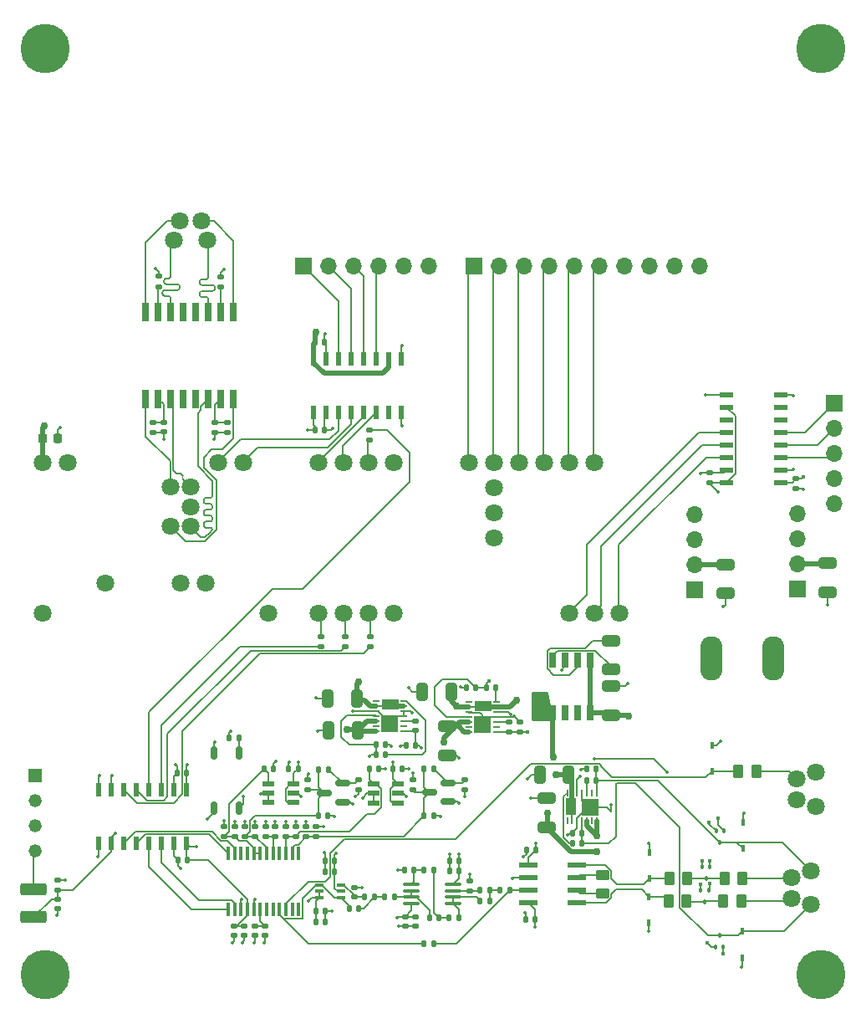
<source format=gbr>
%TF.GenerationSoftware,KiCad,Pcbnew,8.0.7*%
%TF.CreationDate,2025-03-11T01:22:51-04:00*%
%TF.ProjectId,dyno_inst_3,64796e6f-5f69-46e7-9374-5f332e6b6963,rev?*%
%TF.SameCoordinates,Original*%
%TF.FileFunction,Copper,L1,Top*%
%TF.FilePolarity,Positive*%
%FSLAX46Y46*%
G04 Gerber Fmt 4.6, Leading zero omitted, Abs format (unit mm)*
G04 Created by KiCad (PCBNEW 8.0.7) date 2025-03-11 01:22:51*
%MOMM*%
%LPD*%
G01*
G04 APERTURE LIST*
G04 Aperture macros list*
%AMRoundRect*
0 Rectangle with rounded corners*
0 $1 Rounding radius*
0 $2 $3 $4 $5 $6 $7 $8 $9 X,Y pos of 4 corners*
0 Add a 4 corners polygon primitive as box body*
4,1,4,$2,$3,$4,$5,$6,$7,$8,$9,$2,$3,0*
0 Add four circle primitives for the rounded corners*
1,1,$1+$1,$2,$3*
1,1,$1+$1,$4,$5*
1,1,$1+$1,$6,$7*
1,1,$1+$1,$8,$9*
0 Add four rect primitives between the rounded corners*
20,1,$1+$1,$2,$3,$4,$5,0*
20,1,$1+$1,$4,$5,$6,$7,0*
20,1,$1+$1,$6,$7,$8,$9,0*
20,1,$1+$1,$8,$9,$2,$3,0*%
G04 Aperture macros list end*
%TA.AperFunction,SMDPad,CuDef*%
%ADD10RoundRect,0.135000X-0.185000X0.135000X-0.185000X-0.135000X0.185000X-0.135000X0.185000X0.135000X0*%
%TD*%
%TA.AperFunction,SMDPad,CuDef*%
%ADD11RoundRect,0.140000X0.140000X0.170000X-0.140000X0.170000X-0.140000X-0.170000X0.140000X-0.170000X0*%
%TD*%
%TA.AperFunction,SMDPad,CuDef*%
%ADD12RoundRect,0.140000X-0.140000X-0.170000X0.140000X-0.170000X0.140000X0.170000X-0.140000X0.170000X0*%
%TD*%
%TA.AperFunction,SMDPad,CuDef*%
%ADD13RoundRect,0.135000X0.135000X0.185000X-0.135000X0.185000X-0.135000X-0.185000X0.135000X-0.185000X0*%
%TD*%
%TA.AperFunction,SMDPad,CuDef*%
%ADD14RoundRect,0.140000X-0.170000X0.140000X-0.170000X-0.140000X0.170000X-0.140000X0.170000X0.140000X0*%
%TD*%
%TA.AperFunction,SMDPad,CuDef*%
%ADD15RoundRect,0.135000X-0.135000X-0.185000X0.135000X-0.185000X0.135000X0.185000X-0.135000X0.185000X0*%
%TD*%
%TA.AperFunction,SMDPad,CuDef*%
%ADD16RoundRect,0.250000X-0.450000X0.262500X-0.450000X-0.262500X0.450000X-0.262500X0.450000X0.262500X0*%
%TD*%
%TA.AperFunction,SMDPad,CuDef*%
%ADD17R,1.200000X0.600000*%
%TD*%
%TA.AperFunction,SMDPad,CuDef*%
%ADD18R,0.650000X1.500000*%
%TD*%
%TA.AperFunction,SMDPad,CuDef*%
%ADD19RoundRect,0.150000X0.587500X0.150000X-0.587500X0.150000X-0.587500X-0.150000X0.587500X-0.150000X0*%
%TD*%
%TA.AperFunction,ComponentPad*%
%ADD20C,5.000000*%
%TD*%
%TA.AperFunction,ComponentPad*%
%ADD21C,1.800000*%
%TD*%
%TA.AperFunction,ComponentPad*%
%ADD22R,1.700000X1.700000*%
%TD*%
%TA.AperFunction,ComponentPad*%
%ADD23O,1.700000X1.700000*%
%TD*%
%TA.AperFunction,SMDPad,CuDef*%
%ADD24R,0.711200X0.254000*%
%TD*%
%TA.AperFunction,SMDPad,CuDef*%
%ADD25R,0.711200X0.255562*%
%TD*%
%TA.AperFunction,SMDPad,CuDef*%
%ADD26R,1.651000X1.778000*%
%TD*%
%TA.AperFunction,SMDPad,CuDef*%
%ADD27R,1.651000X1.066800*%
%TD*%
%TA.AperFunction,SMDPad,CuDef*%
%ADD28RoundRect,0.250000X0.650000X-0.325000X0.650000X0.325000X-0.650000X0.325000X-0.650000X-0.325000X0*%
%TD*%
%TA.AperFunction,SMDPad,CuDef*%
%ADD29RoundRect,0.140000X0.170000X-0.140000X0.170000X0.140000X-0.170000X0.140000X-0.170000X-0.140000X0*%
%TD*%
%TA.AperFunction,SMDPad,CuDef*%
%ADD30RoundRect,0.250000X0.325000X0.650000X-0.325000X0.650000X-0.325000X-0.650000X0.325000X-0.650000X0*%
%TD*%
%TA.AperFunction,SMDPad,CuDef*%
%ADD31RoundRect,0.250000X0.262500X0.450000X-0.262500X0.450000X-0.262500X-0.450000X0.262500X-0.450000X0*%
%TD*%
%TA.AperFunction,SMDPad,CuDef*%
%ADD32RoundRect,0.225000X0.225000X0.250000X-0.225000X0.250000X-0.225000X-0.250000X0.225000X-0.250000X0*%
%TD*%
%TA.AperFunction,SMDPad,CuDef*%
%ADD33R,0.406400X0.749300*%
%TD*%
%TA.AperFunction,SMDPad,CuDef*%
%ADD34R,0.640000X1.910000*%
%TD*%
%TA.AperFunction,SMDPad,CuDef*%
%ADD35RoundRect,0.150000X-0.150000X0.500000X-0.150000X-0.500000X0.150000X-0.500000X0.150000X0.500000X0*%
%TD*%
%TA.AperFunction,SMDPad,CuDef*%
%ADD36RoundRect,0.250000X-0.650000X0.325000X-0.650000X-0.325000X0.650000X-0.325000X0.650000X0.325000X0*%
%TD*%
%TA.AperFunction,ComponentPad*%
%ADD37R,1.320800X1.320800*%
%TD*%
%TA.AperFunction,ComponentPad*%
%ADD38C,1.320800*%
%TD*%
%TA.AperFunction,SMDPad,CuDef*%
%ADD39R,0.533400X1.461700*%
%TD*%
%TA.AperFunction,SMDPad,CuDef*%
%ADD40RoundRect,0.250000X-1.075000X0.375000X-1.075000X-0.375000X1.075000X-0.375000X1.075000X0.375000X0*%
%TD*%
%TA.AperFunction,SMDPad,CuDef*%
%ADD41R,0.876300X0.355600*%
%TD*%
%TA.AperFunction,SMDPad,CuDef*%
%ADD42RoundRect,0.100000X-0.100000X0.125000X-0.100000X-0.125000X0.100000X-0.125000X0.100000X0.125000X0*%
%TD*%
%TA.AperFunction,SMDPad,CuDef*%
%ADD43RoundRect,0.100000X0.712500X0.100000X-0.712500X0.100000X-0.712500X-0.100000X0.712500X-0.100000X0*%
%TD*%
%TA.AperFunction,SMDPad,CuDef*%
%ADD44RoundRect,0.250000X-0.325000X-0.650000X0.325000X-0.650000X0.325000X0.650000X-0.325000X0.650000X0*%
%TD*%
%TA.AperFunction,SMDPad,CuDef*%
%ADD45RoundRect,0.135000X0.185000X-0.135000X0.185000X0.135000X-0.185000X0.135000X-0.185000X-0.135000X0*%
%TD*%
%TA.AperFunction,SMDPad,CuDef*%
%ADD46R,1.461700X0.533400*%
%TD*%
%TA.AperFunction,SMDPad,CuDef*%
%ADD47R,1.981200X0.558800*%
%TD*%
%TA.AperFunction,SMDPad,CuDef*%
%ADD48R,0.254000X0.711200*%
%TD*%
%TA.AperFunction,SMDPad,CuDef*%
%ADD49R,0.255562X0.711200*%
%TD*%
%TA.AperFunction,SMDPad,CuDef*%
%ADD50R,1.778000X1.651000*%
%TD*%
%TA.AperFunction,SMDPad,CuDef*%
%ADD51R,1.066800X1.651000*%
%TD*%
%TA.AperFunction,SMDPad,CuDef*%
%ADD52RoundRect,0.100000X0.100000X-0.125000X0.100000X0.125000X-0.100000X0.125000X-0.100000X-0.125000X0*%
%TD*%
%TA.AperFunction,SMDPad,CuDef*%
%ADD53R,0.355600X1.473200*%
%TD*%
%TA.AperFunction,ComponentPad*%
%ADD54O,2.250000X4.500000*%
%TD*%
%TA.AperFunction,ViaPad*%
%ADD55C,0.350000*%
%TD*%
%TA.AperFunction,ViaPad*%
%ADD56C,0.400000*%
%TD*%
%TA.AperFunction,ViaPad*%
%ADD57C,0.750000*%
%TD*%
%TA.AperFunction,Conductor*%
%ADD58C,0.160000*%
%TD*%
%TA.AperFunction,Conductor*%
%ADD59C,0.200000*%
%TD*%
%TA.AperFunction,Conductor*%
%ADD60C,0.500000*%
%TD*%
G04 APERTURE END LIST*
D10*
%TO.P,R5,1*%
%TO.N,-5vref*%
X150225000Y-94242076D03*
%TO.P,R5,2*%
%TO.N,-2v5adc*%
X150225000Y-95262076D03*
%TD*%
D11*
%TO.P,C28,1*%
%TO.N,GND1*%
X146725050Y-93091074D03*
%TO.P,C28,2*%
%TO.N,+2v5adc*%
X145765050Y-93091074D03*
%TD*%
%TO.P,C48,1*%
%TO.N,Net-(C48-Pad1)*%
X163508615Y-108167095D03*
%TO.P,C48,2*%
%TO.N,Net-(U14B--)*%
X162548615Y-108167095D03*
%TD*%
D10*
%TO.P,R10,1*%
%TO.N,Net-(U9-REF)*%
X166139091Y-94235248D03*
%TO.P,R10,2*%
%TO.N,GND1*%
X166139091Y-95255248D03*
%TD*%
D12*
%TO.P,C75,1*%
%TO.N,+5vref*%
X151040282Y-107550862D03*
%TO.P,C75,2*%
%TO.N,GND1*%
X152000282Y-107550862D03*
%TD*%
D11*
%TO.P,C78,1*%
%TO.N,-5vref*%
X152944276Y-102412061D03*
%TO.P,C78,2*%
%TO.N,GND1*%
X151984276Y-102412061D03*
%TD*%
D13*
%TO.P,R23,1*%
%TO.N,Net-(U14A--)*%
X165543085Y-108164229D03*
%TO.P,R23,2*%
%TO.N,Net-(C48-Pad1)*%
X164523085Y-108164229D03*
%TD*%
D11*
%TO.P,C77,1*%
%TO.N,-5vref*%
X152946571Y-103499064D03*
%TO.P,C77,2*%
%TO.N,GND1*%
X151986571Y-103499064D03*
%TD*%
D13*
%TO.P,R26,1*%
%TO.N,Net-(C48-Pad1)*%
X162991778Y-103404582D03*
%TO.P,R26,2*%
%TO.N,Net-(U14B-+)*%
X161971778Y-103404582D03*
%TD*%
D14*
%TO.P,C57,1*%
%TO.N,+5vref*%
X160086613Y-108075000D03*
%TO.P,C57,2*%
%TO.N,GND1*%
X160086613Y-109035000D03*
%TD*%
D12*
%TO.P,C45,1*%
%TO.N,GND1*%
X172360137Y-101316370D03*
%TO.P,C45,2*%
%TO.N,-5vref*%
X173320137Y-101316370D03*
%TD*%
D14*
%TO.P,C58,1*%
%TO.N,+5vref*%
X161142719Y-108076520D03*
%TO.P,C58,2*%
%TO.N,GND1*%
X161142719Y-109036520D03*
%TD*%
D11*
%TO.P,C61,1*%
%TO.N,-5vref*%
X165554531Y-103428389D03*
%TO.P,C61,2*%
%TO.N,GND1*%
X164594531Y-103428389D03*
%TD*%
D15*
%TO.P,R7,1*%
%TO.N,-2v5adc*%
X151290167Y-93190598D03*
%TO.P,R7,2*%
%TO.N,Net-(U8-REF)*%
X152310167Y-93190598D03*
%TD*%
D16*
%TO.P,R16,1*%
%TO.N,Net-(R16-Pad1)*%
X180045137Y-103891370D03*
%TO.P,R16,2*%
%TO.N,Net-(R16-Pad2)*%
X180045137Y-105716370D03*
%TD*%
D11*
%TO.P,C47,1*%
%TO.N,Net-(U14B-+)*%
X160960016Y-103385956D03*
%TO.P,C47,2*%
%TO.N,GND1*%
X160000016Y-103385956D03*
%TD*%
%TO.P,C29,1*%
%TO.N,GND1*%
X152267223Y-97896426D03*
%TO.P,C29,2*%
%TO.N,-2v5adc*%
X151307223Y-97896426D03*
%TD*%
D12*
%TO.P,C76,1*%
%TO.N,+5vref*%
X151014005Y-108579518D03*
%TO.P,C76,2*%
%TO.N,GND1*%
X151974005Y-108579518D03*
%TD*%
D10*
%TO.P,R9,1*%
%TO.N,Net-(U8-REF)*%
X155338520Y-94249340D03*
%TO.P,R9,2*%
%TO.N,GND1*%
X155338520Y-95269340D03*
%TD*%
D11*
%TO.P,C23,1*%
%TO.N,GND1*%
X157380000Y-93125000D03*
%TO.P,C23,2*%
%TO.N,+2v5ref*%
X156420000Y-93125000D03*
%TD*%
%TO.P,C34,1*%
%TO.N,+5vref*%
X173220137Y-108366370D03*
%TO.P,C34,2*%
%TO.N,GND1*%
X172260137Y-108366370D03*
%TD*%
D12*
%TO.P,C32,1*%
%TO.N,GND1*%
X148265050Y-93091074D03*
%TO.P,C32,2*%
%TO.N,+5vref*%
X149225050Y-93091074D03*
%TD*%
D10*
%TO.P,R6,1*%
%TO.N,-5vref*%
X160831185Y-94243565D03*
%TO.P,R6,2*%
%TO.N,-2v5ref*%
X160831185Y-95263565D03*
%TD*%
D11*
%TO.P,C30,1*%
%TO.N,GND1*%
X162953536Y-97898311D03*
%TO.P,C30,2*%
%TO.N,-2v5ref*%
X161993536Y-97898311D03*
%TD*%
%TO.P,C24,1*%
%TO.N,GND1*%
X159755000Y-93100000D03*
%TO.P,C24,2*%
%TO.N,+5vref*%
X158795000Y-93100000D03*
%TD*%
D15*
%TO.P,R8,1*%
%TO.N,-2v5ref*%
X161985875Y-93137731D03*
%TO.P,R8,2*%
%TO.N,Net-(U9-REF)*%
X163005875Y-93137731D03*
%TD*%
D11*
%TO.P,C63,1*%
%TO.N,-5vref*%
X165555353Y-102399706D03*
%TO.P,C63,2*%
%TO.N,GND1*%
X164595353Y-102399706D03*
%TD*%
D17*
%TO.P,IC3,1,OUT*%
%TO.N,+2v5adc*%
X146245050Y-94641074D03*
%TO.P,IC3,2,GND_1*%
%TO.N,GND1*%
X146245050Y-95591074D03*
%TO.P,IC3,3,GND_2*%
X146245050Y-96541074D03*
%TO.P,IC3,4,~{SHDN}*%
%TO.N,+5vref*%
X148745050Y-96541074D03*
%TO.P,IC3,5,GND_3*%
%TO.N,GND1*%
X148745050Y-95591074D03*
%TO.P,IC3,6,VDD*%
%TO.N,+5vref*%
X148745050Y-94641074D03*
%TD*%
D18*
%TO.P,IC2,1,BOOST*%
%TO.N,+12v*%
X178820784Y-82076326D03*
%TO.P,IC2,2,CAP+*%
%TO.N,Net-(IC2-CAP+)*%
X177550784Y-82076326D03*
%TO.P,IC2,3,GND*%
%TO.N,GND1*%
X176280784Y-82076326D03*
%TO.P,IC2,4,CAP-*%
%TO.N,Net-(IC2-CAP-)*%
X175010784Y-82076326D03*
%TO.P,IC2,5,VOUT*%
%TO.N,-12v*%
X175010784Y-87476326D03*
%TO.P,IC2,6,LOW_VOLTAGE_(LV)*%
%TO.N,unconnected-(IC2-LOW_VOLTAGE_(LV)-Pad6)*%
X176280784Y-87476326D03*
%TO.P,IC2,7,OSC*%
%TO.N,unconnected-(IC2-OSC-Pad7)*%
X177550784Y-87476326D03*
%TO.P,IC2,8,V+*%
%TO.N,+12v*%
X178820784Y-87476326D03*
%TD*%
D12*
%TO.P,C2,1*%
%TO.N,GND3*%
X136990000Y-93564148D03*
%TO.P,C2,2*%
%TO.N,3v3Teensy*%
X137950000Y-93564148D03*
%TD*%
D10*
%TO.P,R3,1*%
%TO.N,Net-(U4-MISO)*%
X156525000Y-79755000D03*
%TO.P,R3,2*%
%TO.N,AMISO*%
X156525000Y-80775000D03*
%TD*%
D19*
%TO.P,U8,1,K*%
%TO.N,GND1*%
X153737273Y-96487500D03*
%TO.P,U8,2,REF*%
%TO.N,Net-(U8-REF)*%
X153737273Y-94587500D03*
%TO.P,U8,3,A*%
%TO.N,-2v5adc*%
X151862273Y-95537500D03*
%TD*%
D20*
%TO.P,H2,1,1*%
%TO.N,GND1*%
X123646900Y-113974000D03*
%TD*%
D11*
%TO.P,C36,1*%
%TO.N,+5vexc*%
X179445684Y-94267895D03*
%TO.P,C36,2*%
%TO.N,Net-(U10-BYPP)*%
X178485684Y-94267895D03*
%TD*%
D21*
%TO.P,U4,3.3V_1,3.3V*%
%TO.N,3v3Teensy*%
X158890000Y-77390000D03*
%TO.P,U4,5V,5V*%
%TO.N,unconnected-(U4-Pad5V)*%
X129680000Y-74340000D03*
%TO.P,U4,8,TX2*%
%TO.N,shcalctrl*%
X146190000Y-77390000D03*
%TO.P,U4,10,CS1*%
%TO.N,Net-(U4-CS1)*%
X151270000Y-77390000D03*
%TO.P,U4,11,MOSI*%
%TO.N,Net-(U4-MOSI)*%
X153810000Y-77390000D03*
%TO.P,U4,12,MISO*%
%TO.N,Net-(U4-MISO)*%
X156350000Y-77390000D03*
%TO.P,U4,13,SCK*%
%TO.N,Net-(U4-SCK)*%
X156350000Y-62150000D03*
%TO.P,U4,14,A0*%
%TO.N,BOTINB3v3*%
X153810000Y-62150000D03*
%TO.P,U4,15,A1*%
%TO.N,TOPINB3v3*%
X151270000Y-62150000D03*
%TO.P,U4,18,A4*%
%TO.N,BOTINA3v3*%
X143650000Y-62150000D03*
%TO.P,U4,19,A5*%
%TO.N,TOPINA3v3*%
X141110000Y-62150000D03*
%TO.P,U4,30,CRX3*%
%TO.N,Benc1*%
X176670000Y-77390000D03*
%TO.P,U4,31,CTX3*%
%TO.N,Benc2*%
X179210000Y-77390000D03*
%TO.P,U4,32,OUT1B*%
%TO.N,Benc3*%
X181750000Y-77390000D03*
%TO.P,U4,34,RX8*%
%TO.N,INB*%
X179210000Y-62150000D03*
%TO.P,U4,35,TX8*%
%TO.N,ENB*%
X176670000Y-62150000D03*
%TO.P,U4,36,CS2*%
%TO.N,CURRSNS*%
X174130000Y-62150000D03*
%TO.P,U4,37,CS3*%
%TO.N,PWM*%
X171590000Y-62150000D03*
%TO.P,U4,38,A14*%
%TO.N,ENA*%
X169050000Y-62150000D03*
%TO.P,U4,39,A15*%
%TO.N,INA*%
X166510000Y-62150000D03*
%TO.P,U4,GND1,GND*%
%TO.N,GND3*%
X123330000Y-77390000D03*
%TO.P,U4,GND2,GND__1*%
X158890000Y-62150000D03*
%TO.P,U4,GND3,GND__2*%
X125870000Y-62150000D03*
%TO.P,U4,GND4,GND__3*%
X169050000Y-69770000D03*
%TO.P,U4,GND5,GND__4*%
X138300000Y-66600000D03*
%TO.P,U4,ON/OFF,ON/OFF*%
%TO.N,unconnected-(U4-PadON{slash}OFF)*%
X169050000Y-64690000D03*
%TO.P,U4,PROGRAM,PROGRAM*%
%TO.N,unconnected-(U4-PadPROGRAM)*%
X169050000Y-67230000D03*
%TO.P,U4,R+,R+*%
%TO.N,Rd+*%
X136300000Y-64600000D03*
%TO.P,U4,R-,R-*%
%TO.N,Rd-*%
X138300000Y-64600000D03*
%TO.P,U4,T+,T+*%
%TO.N,Td+*%
X138300000Y-68600000D03*
%TO.P,U4,T-,T-*%
%TO.N,Td-*%
X136300000Y-68600000D03*
%TO.P,U4,USB_GND1,USB_GND*%
%TO.N,GND3*%
X137300000Y-74340000D03*
%TO.P,U4,USB_GND2,USB_GND__1*%
X139840000Y-74340000D03*
%TO.P,U4,VIN,VIN*%
%TO.N,5vpwr*%
X123330000Y-62150000D03*
%TD*%
D22*
%TO.P,J5,1,Pin_1*%
%TO.N,TOPINA5v*%
X149790000Y-42250000D03*
D23*
%TO.P,J5,2,Pin_2*%
%TO.N,BOTINA5v*%
X152330000Y-42250000D03*
%TO.P,J5,3,Pin_3*%
%TO.N,TOPINB5v*%
X154870000Y-42250000D03*
%TO.P,J5,4,Pin_4*%
%TO.N,BOTINB5v*%
X157410000Y-42250000D03*
%TO.P,J5,5,Pin_5*%
%TO.N,5vpwr*%
X159950000Y-42250000D03*
%TO.P,J5,6,Pin_6*%
%TO.N,GND3*%
X162490000Y-42250000D03*
%TD*%
D14*
%TO.P,C25,1*%
%TO.N,GND3*%
X190950000Y-63170000D03*
%TO.P,C25,2*%
%TO.N,3v3Teensy*%
X190950000Y-64130000D03*
%TD*%
%TO.P,C91,1*%
%TO.N,Net-(T1-RCT)*%
X134550000Y-58085000D03*
%TO.P,C91,2*%
%TO.N,GND3*%
X134550000Y-59045000D03*
%TD*%
D24*
%TO.P,U24,1,OUTP*%
%TO.N,+5vcla*%
X169300000Y-89375000D03*
%TO.P,U24,2,NC*%
%TO.N,unconnected-(U24-NC-Pad2)*%
X169300000Y-88875001D03*
%TO.P,U24,3,BYPP*%
%TO.N,Net-(U24-BYPP)*%
X169300000Y-88374999D03*
%TO.P,U24,4,GND*%
%TO.N,GND1*%
X169300000Y-87875000D03*
%TO.P,U24,5,GND*%
X169300000Y-87374998D03*
%TO.P,U24,6,INN*%
%TO.N,-12v*%
X169300000Y-86874999D03*
%TO.P,U24,7,OUTN*%
%TO.N,Net-(U24-OUTN)*%
X169300000Y-86375000D03*
%TO.P,U24,8,NC*%
%TO.N,unconnected-(U24-NC-Pad8)*%
X166500000Y-86375000D03*
D25*
%TO.P,U24,9,INN*%
%TO.N,-12v*%
X166496370Y-86875780D03*
D24*
%TO.P,U24,10,\u002ASHDNN*%
%TO.N,GND1*%
X166500000Y-87375001D03*
%TO.P,U24,11,BYPN*%
%TO.N,-5vcla*%
X166500000Y-87875000D03*
%TO.P,U24,12,\u002ASHDNP*%
%TO.N,+12v*%
X166500000Y-88375002D03*
%TO.P,U24,13,NC*%
%TO.N,unconnected-(U24-NC-Pad13)*%
X166500000Y-88875001D03*
%TO.P,U24,14,INP*%
%TO.N,+12v*%
X166500000Y-89375000D03*
D25*
%TO.P,U24,15,GND*%
%TO.N,GND1*%
X168785263Y-87876630D03*
D26*
X167855000Y-88665000D03*
D27*
%TO.P,U24,16,INN*%
%TO.N,-12v*%
X167945000Y-86730000D03*
D25*
X167000000Y-86875000D03*
%TD*%
D28*
%TO.P,C87,1*%
%TO.N,GND1*%
X202900000Y-75275000D03*
%TO.P,C87,2*%
%TO.N,+12v*%
X202900000Y-72325000D03*
%TD*%
D29*
%TO.P,C80,1*%
%TO.N,+5vcla*%
X170579675Y-89358796D03*
%TO.P,C80,2*%
%TO.N,Net-(U24-BYPP)*%
X170579675Y-88398796D03*
%TD*%
D30*
%TO.P,C39,1*%
%TO.N,-12v*%
X176650000Y-93700000D03*
%TO.P,C39,2*%
%TO.N,GND1*%
X173700000Y-93700000D03*
%TD*%
D11*
%TO.P,C1,1*%
%TO.N,GND3*%
X151910000Y-58799752D03*
%TO.P,C1,2*%
%TO.N,3v3Teensy*%
X150950000Y-58799752D03*
%TD*%
D31*
%TO.P,R13,1*%
%TO.N,-DCSIG*%
X194136723Y-106508188D03*
%TO.P,R13,2*%
%TO.N,Net-(U12-C1{slash}A2)*%
X192311723Y-106508188D03*
%TD*%
D32*
%TO.P,C16,1*%
%TO.N,GND3*%
X124900000Y-59700000D03*
%TO.P,C16,2*%
%TO.N,5vpwr*%
X123350000Y-59700000D03*
%TD*%
D29*
%TO.P,C3,1*%
%TO.N,GND2*%
X199675496Y-64740000D03*
%TO.P,C3,2*%
%TO.N,5venc*%
X199675496Y-63780000D03*
%TD*%
D12*
%TO.P,C19,1*%
%TO.N,GND1*%
X160170000Y-90725000D03*
%TO.P,C19,2*%
%TO.N,+5vref*%
X161130000Y-90725000D03*
%TD*%
D33*
%TO.P,CR2,1*%
%TO.N,GND1*%
X184790801Y-101565122D03*
%TO.P,CR2,2*%
%TO.N,+DCSIG^*%
X184790801Y-104219422D03*
%TD*%
D34*
%TO.P,T1,1,RD+*%
%TO.N,Rd+*%
X133810000Y-55660000D03*
%TO.P,T1,2,RCT*%
%TO.N,Net-(T1-RCT)*%
X135080000Y-55660000D03*
%TO.P,T1,3,RD-*%
%TO.N,Rd-*%
X136350000Y-55660000D03*
%TO.P,T1,4,NO_CONNECT_1*%
%TO.N,unconnected-(T1-NO_CONNECT_1-Pad4)*%
X137620000Y-55660000D03*
%TO.P,T1,5,NO_CONNECT_2*%
%TO.N,unconnected-(T1-NO_CONNECT_2-Pad5)*%
X138890000Y-55660000D03*
%TO.P,T1,6,TD+*%
%TO.N,Td+*%
X140160000Y-55660000D03*
%TO.P,T1,7,TCT*%
%TO.N,Net-(T1-TCT)*%
X141430000Y-55660000D03*
%TO.P,T1,8,TD-*%
%TO.N,Td-*%
X142700000Y-55660000D03*
%TO.P,T1,9,TX-*%
%TO.N,Tx-*%
X142700000Y-46890000D03*
%TO.P,T1,10,TXCT*%
%TO.N,Net-(T1-TXCT)*%
X141430000Y-46890000D03*
%TO.P,T1,11,TX+*%
%TO.N,Tx+*%
X140160000Y-46890000D03*
%TO.P,T1,12,NO_CONNECT_3*%
%TO.N,unconnected-(T1-NO_CONNECT_3-Pad12)*%
X138890000Y-46890000D03*
%TO.P,T1,13,NO_CONNECT_4*%
%TO.N,unconnected-(T1-NO_CONNECT_4-Pad13)*%
X137620000Y-46890000D03*
%TO.P,T1,14,RX-*%
%TO.N,Rx-*%
X136350000Y-46890000D03*
%TO.P,T1,15,RXCT*%
%TO.N,Net-(T1-RXCT)*%
X135080000Y-46890000D03*
%TO.P,T1,16,RX+*%
%TO.N,Rx+*%
X133810000Y-46890000D03*
%TD*%
D35*
%TO.P,U23,1*%
%TO.N,Net-(R41-Pad2)*%
X143265000Y-91500000D03*
%TO.P,U23,2*%
%TO.N,GND3*%
X140725000Y-91500000D03*
%TO.P,U23,3*%
%TO.N,GND1*%
X140725000Y-97100000D03*
%TO.P,U23,4*%
%TO.N,ACSHCAL*%
X143265000Y-97100000D03*
%TD*%
D36*
%TO.P,C40,1*%
%TO.N,GND1*%
X174400000Y-96125000D03*
%TO.P,C40,2*%
%TO.N,+12v*%
X174400000Y-99075000D03*
%TD*%
D21*
%TO.P,J3,1,Pin_1*%
%TO.N,GND1*%
X201650799Y-93499978D03*
%TO.P,J3,2,Pin_2*%
%TO.N,ACSIG*%
X199700800Y-94125072D03*
%TO.P,J3,3,Pin_3*%
%TO.N,ACSHCAL*%
X201650799Y-96900022D03*
%TO.P,J3,4*%
%TO.N,N/C*%
X199700800Y-96274999D03*
%TD*%
D29*
%TO.P,C14,1*%
%TO.N,Net-(U3-REGCAPA)*%
X145924799Y-99960000D03*
%TO.P,C14,2*%
%TO.N,GND1*%
X145924799Y-99000000D03*
%TD*%
D14*
%TO.P,C7,1*%
%TO.N,GND1*%
X144899799Y-98997876D03*
%TO.P,C7,2*%
%TO.N,-2v5adc*%
X144899799Y-99957876D03*
%TD*%
D22*
%TO.P,U7,1,GND*%
%TO.N,GND1*%
X199800000Y-74900000D03*
D23*
%TO.P,U7,2,Vin*%
%TO.N,+12v*%
X199800000Y-72360000D03*
%TO.P,U7,3,0V*%
%TO.N,GND2*%
X199800000Y-69820000D03*
%TO.P,U7,4,+Vo*%
%TO.N,5venc*%
X199800000Y-67280000D03*
%TD*%
D28*
%TO.P,C84,1*%
%TO.N,GND1*%
X164300000Y-91775000D03*
%TO.P,C84,2*%
%TO.N,+12v*%
X164300000Y-88825000D03*
%TD*%
D11*
%TO.P,C22,1*%
%TO.N,GND1*%
X158080000Y-90700000D03*
%TO.P,C22,2*%
%TO.N,-5vref*%
X157120000Y-90700000D03*
%TD*%
D37*
%TO.P,U21,1,-VIN*%
%TO.N,GND3*%
X122572000Y-93810000D03*
D38*
%TO.P,U21,2,+VIN*%
%TO.N,3v3Teensy*%
X122572000Y-96350000D03*
%TO.P,U21,3,-VOUT*%
%TO.N,GND1*%
X122572000Y-98890000D03*
%TO.P,U21,4,+VOUT*%
%TO.N,Net-(U21-+VOUT)*%
X122572000Y-101430000D03*
%TD*%
D30*
%TO.P,C83,1*%
%TO.N,-12v*%
X164775000Y-85300000D03*
%TO.P,C83,2*%
%TO.N,GND1*%
X161825000Y-85300000D03*
%TD*%
D31*
%TO.P,R21,1*%
%TO.N,Net-(U12-C1{slash}A2)*%
X188577900Y-106493048D03*
%TO.P,R21,2*%
%TO.N,-DCSIG^*%
X186752900Y-106493048D03*
%TD*%
D39*
%TO.P,U1,1,VDDA*%
%TO.N,3v3Teensy*%
X137915000Y-95200496D03*
%TO.P,U1,2,GNDA*%
%TO.N,GND3*%
X136645000Y-95200496D03*
%TO.P,U1,3,INA1*%
%TO.N,!ACS*%
X135375000Y-95200496D03*
%TO.P,U1,4,INA2*%
%TO.N,ASCLK*%
X134105000Y-95200496D03*
%TO.P,U1,5,INA3*%
%TO.N,AMOSI*%
X132835000Y-95200496D03*
%TO.P,U1,6,OUTA1*%
%TO.N,AMISO*%
X131565000Y-95200496D03*
%TO.P,U1,7,ENA*%
%TO.N,3v3Teensy*%
X130295000Y-95200496D03*
%TO.P,U1,8,GNDA*%
%TO.N,GND3*%
X129025000Y-95200496D03*
%TO.P,U1,9,GNDB*%
%TO.N,GND1*%
X129025000Y-100650000D03*
%TO.P,U1,10,ENB*%
%TO.N,3v3Ext*%
X130295000Y-100650000D03*
%TO.P,U1,11,INB1*%
%TO.N,BMISO*%
X131565000Y-100650000D03*
%TO.P,U1,12,OUTB3*%
%TO.N,BMOSI*%
X132835000Y-100650000D03*
%TO.P,U1,13,OUTB2*%
%TO.N,BSCLK*%
X134105000Y-100650000D03*
%TO.P,U1,14,OUTB1*%
%TO.N,!BCS*%
X135375000Y-100650000D03*
%TO.P,U1,15,GNDB*%
%TO.N,GND1*%
X136645000Y-100650000D03*
%TO.P,U1,16,VDDB*%
%TO.N,3v3Ext*%
X137915000Y-100650000D03*
%TD*%
%TO.P,U2,1,VDDA*%
%TO.N,3v3Teensy*%
X150780000Y-57074752D03*
%TO.P,U2,2,GNDA*%
%TO.N,GND3*%
X152050000Y-57074752D03*
%TO.P,U2,3,INA1*%
%TO.N,TOPINA3v3*%
X153320000Y-57074752D03*
%TO.P,U2,4,INA2*%
%TO.N,BOTINA3v3*%
X154590000Y-57074752D03*
%TO.P,U2,5,INA3*%
%TO.N,TOPINB3v3*%
X155860000Y-57074752D03*
%TO.P,U2,6,INA4*%
%TO.N,BOTINB3v3*%
X157130000Y-57074752D03*
%TO.P,U2,7,I.C.*%
%TO.N,unconnected-(U2-I.C.-Pad7)*%
X158400000Y-57074752D03*
%TO.P,U2,8,GNDA*%
%TO.N,GND3*%
X159670000Y-57074752D03*
%TO.P,U2,9,GNDB*%
X159670000Y-51625248D03*
%TO.P,U2,10,ENB*%
%TO.N,5vpwr*%
X158400000Y-51625248D03*
%TO.P,U2,11,OUTB4*%
%TO.N,BOTINB5v*%
X157130000Y-51625248D03*
%TO.P,U2,12,OUTB3*%
%TO.N,TOPINB5v*%
X155860000Y-51625248D03*
%TO.P,U2,13,OUTB2*%
%TO.N,BOTINA5v*%
X154590000Y-51625248D03*
%TO.P,U2,14,OUTB1*%
%TO.N,TOPINA5v*%
X153320000Y-51625248D03*
%TO.P,U2,15,GNDB*%
%TO.N,GND3*%
X152050000Y-51625248D03*
%TO.P,U2,16,VDDB*%
%TO.N,5vpwr*%
X150780000Y-51625248D03*
%TD*%
D14*
%TO.P,C11,1*%
%TO.N,GND1*%
X141724799Y-98997876D03*
%TO.P,C11,2*%
%TO.N,+2v5adc*%
X141724799Y-99957876D03*
%TD*%
D29*
%TO.P,C53,1*%
%TO.N,Net-(U19-+)*%
X154945493Y-106084274D03*
%TO.P,C53,2*%
%TO.N,GND1*%
X154945493Y-105124274D03*
%TD*%
D40*
%TO.P,L1,1,1*%
%TO.N,Net-(U21-+VOUT)*%
X122453000Y-105330000D03*
%TO.P,L1,2,2*%
%TO.N,3v3Ext*%
X122453000Y-108130000D03*
%TD*%
D20*
%TO.P,H3,1,1*%
%TO.N,GND3*%
X123646900Y-20248000D03*
%TD*%
D29*
%TO.P,C43,1*%
%TO.N,GND1*%
X144824799Y-109962876D03*
%TO.P,C43,2*%
%TO.N,Net-(U3-REGCAPD)*%
X144824799Y-109002876D03*
%TD*%
D12*
%TO.P,C81,1*%
%TO.N,-5vcla*%
X168283633Y-84907499D03*
%TO.P,C81,2*%
%TO.N,Net-(U24-OUTN)*%
X169243633Y-84907499D03*
%TD*%
D41*
%TO.P,U19,1*%
%TO.N,SE_DCSIG_filt*%
X153570273Y-106164838D03*
%TO.P,U19,2,V-*%
%TO.N,-5vref*%
X153570273Y-105514839D03*
%TO.P,U19,3,+*%
%TO.N,Net-(U19-+)*%
X153570273Y-104864840D03*
%TO.P,U19,4,-*%
%TO.N,SE_DCSIG_filt*%
X151347773Y-104864840D03*
%TO.P,U19,5,~{DISABLE}*%
%TO.N,+5vref*%
X151347773Y-105514839D03*
%TO.P,U19,6,V+*%
X151347773Y-106164838D03*
%TD*%
D14*
%TO.P,C33,1*%
%TO.N,3v3Ext*%
X124853000Y-106325000D03*
%TO.P,C33,2*%
%TO.N,GND1*%
X124853000Y-107285000D03*
%TD*%
D29*
%TO.P,C41,1*%
%TO.N,Net-(U14A-+)*%
X166616022Y-105447235D03*
%TO.P,C41,2*%
%TO.N,GND1*%
X166616022Y-104487235D03*
%TD*%
D42*
%TO.P,U13,1,A1*%
%TO.N,-5vcla*%
X190942288Y-103049104D03*
%TO.P,U13,2,C2*%
%TO.N,+5vcla*%
X190142288Y-103049104D03*
%TO.P,U13,3,C1/A2*%
%TO.N,Net-(U13-C1{slash}A2)*%
X190542288Y-104199104D03*
%TD*%
D43*
%TO.P,U14,1*%
%TO.N,Net-(U14A--)*%
X164919134Y-106759440D03*
%TO.P,U14,2,-*%
X164919134Y-106109440D03*
%TO.P,U14,3,+*%
%TO.N,Net-(U14A-+)*%
X164919134Y-105459440D03*
%TO.P,U14,4,V-*%
%TO.N,-5vref*%
X164919134Y-104809440D03*
%TO.P,U14,5,+*%
%TO.N,Net-(U14B-+)*%
X160694134Y-104809440D03*
%TO.P,U14,6,-*%
%TO.N,Net-(U14B--)*%
X160694134Y-105459440D03*
%TO.P,U14,7*%
X160694134Y-106109440D03*
%TO.P,U14,8,V+*%
%TO.N,+5vref*%
X160694134Y-106759440D03*
%TD*%
D22*
%TO.P,U6,1,GND*%
%TO.N,GND1*%
X189400000Y-74980000D03*
D23*
%TO.P,U6,2,Vin*%
%TO.N,+12v*%
X189400000Y-72440000D03*
%TO.P,U6,3,0V*%
%TO.N,GND3*%
X189400000Y-69900000D03*
%TO.P,U6,4,+Vo*%
%TO.N,5vpwr*%
X189400000Y-67360000D03*
%TD*%
D10*
%TO.P,R2,1*%
%TO.N,Net-(U4-CS1)*%
X151525000Y-79735000D03*
%TO.P,R2,2*%
%TO.N,!ACS*%
X151525000Y-80755000D03*
%TD*%
D12*
%TO.P,C31,1*%
%TO.N,GND1*%
X137040000Y-102339148D03*
%TO.P,C31,2*%
%TO.N,3v3Ext*%
X138000000Y-102339148D03*
%TD*%
D13*
%TO.P,R11,1*%
%TO.N,SE_DCSIG*%
X170648753Y-105378095D03*
%TO.P,R11,2*%
%TO.N,Net-(C42-Pad1)*%
X169628753Y-105378095D03*
%TD*%
D28*
%TO.P,C69,1*%
%TO.N,GND1*%
X192500000Y-75375000D03*
%TO.P,C69,2*%
%TO.N,+12v*%
X192500000Y-72425000D03*
%TD*%
D12*
%TO.P,C82,1*%
%TO.N,GND1*%
X166274366Y-84897759D03*
%TO.P,C82,2*%
%TO.N,-5vcla*%
X167234366Y-84897759D03*
%TD*%
D44*
%TO.P,C27,1*%
%TO.N,GND1*%
X152350000Y-89200000D03*
%TO.P,C27,2*%
%TO.N,+12v*%
X155300000Y-89200000D03*
%TD*%
D13*
%TO.P,R29,1*%
%TO.N,Net-(U14B--)*%
X159022345Y-106106264D03*
%TO.P,R29,2*%
%TO.N,Net-(C54-Pad1)*%
X158002345Y-106106264D03*
%TD*%
D14*
%TO.P,C6,1*%
%TO.N,3v3Ext*%
X142724799Y-108997876D03*
%TO.P,C6,2*%
%TO.N,GND1*%
X142724799Y-109957876D03*
%TD*%
%TO.P,C12,1*%
%TO.N,GND1*%
X150050000Y-99000000D03*
%TO.P,C12,2*%
%TO.N,-2v5ref*%
X150050000Y-99960000D03*
%TD*%
D33*
%TO.P,CR5,1*%
%TO.N,GND1*%
X191150000Y-90722850D03*
%TO.P,CR5,2*%
%TO.N,ACSIG^*%
X191150000Y-93377150D03*
%TD*%
D14*
%TO.P,C5,1*%
%TO.N,3v3Ext*%
X143799799Y-109002876D03*
%TO.P,C5,2*%
%TO.N,GND1*%
X143799799Y-109962876D03*
%TD*%
D33*
%TO.P,CR4,1*%
%TO.N,GND1*%
X194224799Y-112235026D03*
%TO.P,CR4,2*%
%TO.N,-5vexc*%
X194224799Y-109580726D03*
%TD*%
D22*
%TO.P,J2,1,Pin_1*%
%TO.N,INA*%
X167025000Y-42225000D03*
D23*
%TO.P,J2,2,Pin_2*%
%TO.N,ENA*%
X169565000Y-42225000D03*
%TO.P,J2,3,Pin_3*%
%TO.N,PWM*%
X172105000Y-42225000D03*
%TO.P,J2,4,Pin_4*%
%TO.N,CURRSNS*%
X174645000Y-42225000D03*
%TO.P,J2,5,Pin_5*%
%TO.N,ENB*%
X177185000Y-42225000D03*
%TO.P,J2,6,Pin_6*%
%TO.N,INB*%
X179725000Y-42225000D03*
%TO.P,J2,7,Pin_7*%
%TO.N,5vpwr*%
X182265000Y-42225000D03*
%TO.P,J2,8,Pin_8*%
%TO.N,GND3*%
X184805000Y-42225000D03*
%TO.P,J2,9,Pin_9*%
%TO.N,unconnected-(J2-Pin_9-Pad9)*%
X187345000Y-42225000D03*
%TO.P,J2,10,Pin_10*%
%TO.N,GND3*%
X189885000Y-42225000D03*
%TD*%
D10*
%TO.P,R4,1*%
%TO.N,Net-(U4-MOSI)*%
X154025000Y-79745000D03*
%TO.P,R4,2*%
%TO.N,AMOSI*%
X154025000Y-80765000D03*
%TD*%
D33*
%TO.P,CR1,1*%
%TO.N,GND1*%
X184762666Y-108692461D03*
%TO.P,CR1,2*%
%TO.N,-DCSIG^*%
X184762666Y-106038161D03*
%TD*%
D29*
%TO.P,C20,1*%
%TO.N,+5vref*%
X161150000Y-89260000D03*
%TO.P,C20,2*%
%TO.N,Net-(U5-BYPP)*%
X161150000Y-88300000D03*
%TD*%
D14*
%TO.P,C9,1*%
%TO.N,GND1*%
X151074799Y-99000000D03*
%TO.P,C9,2*%
%TO.N,-2v5ref*%
X151074799Y-99960000D03*
%TD*%
D12*
%TO.P,C35,1*%
%TO.N,GND1*%
X178487425Y-93117558D03*
%TO.P,C35,2*%
%TO.N,+5vexc*%
X179447425Y-93117558D03*
%TD*%
D21*
%TO.P,J6,1,Pin_1*%
%TO.N,+5vexc*%
X201175000Y-103474956D03*
%TO.P,J6,2,Pin_2*%
%TO.N,+DCSIG*%
X199225001Y-104100050D03*
%TO.P,J6,3,Pin_3*%
%TO.N,-5vexc*%
X201175000Y-106875000D03*
%TO.P,J6,4,Pin_4*%
%TO.N,-DCSIG*%
X199225001Y-106249977D03*
%TD*%
D31*
%TO.P,R40,1*%
%TO.N,ACSIG*%
X195662500Y-93349999D03*
%TO.P,R40,2*%
%TO.N,ACSIG^*%
X193837500Y-93349999D03*
%TD*%
D21*
%TO.P,J7,1,Pin_1*%
%TO.N,Tx+*%
X140055000Y-39650000D03*
%TO.P,J7,2,Pin_2*%
%TO.N,Tx-*%
X139429906Y-37700001D03*
%TO.P,J7,3,Pin_3*%
%TO.N,Rx-*%
X136654956Y-39650000D03*
%TO.P,J7,4,Pin_4*%
%TO.N,Rx+*%
X137279979Y-37700001D03*
%TD*%
D20*
%TO.P,H1,1,1*%
%TO.N,GND3*%
X202209100Y-20248000D03*
%TD*%
D14*
%TO.P,C92,1*%
%TO.N,Net-(T1-RCT)*%
X135625000Y-58080000D03*
%TO.P,C92,2*%
%TO.N,GND3*%
X135625000Y-59040000D03*
%TD*%
D10*
%TO.P,R39,1*%
%TO.N,GND1*%
X124900000Y-104375000D03*
%TO.P,R39,2*%
%TO.N,3v3Ext*%
X124900000Y-105395000D03*
%TD*%
D14*
%TO.P,C13,1*%
%TO.N,GND1*%
X149024799Y-98997876D03*
%TO.P,C13,2*%
%TO.N,+2v5ref*%
X149024799Y-99957876D03*
%TD*%
D22*
%TO.P,J1,1,Pin_1*%
%TO.N,Aenc1*%
X203500496Y-56100000D03*
D23*
%TO.P,J1,2,Pin_2*%
%TO.N,Aenc2*%
X203500496Y-58640000D03*
%TO.P,J1,3,Pin_3*%
%TO.N,Aenc3*%
X203500496Y-61180000D03*
%TO.P,J1,4,Pin_4*%
%TO.N,5venc*%
X203500496Y-63720000D03*
%TO.P,J1,5,Pin_5*%
%TO.N,GND2*%
X203500496Y-66260000D03*
%TD*%
D42*
%TO.P,U17,1,A1*%
%TO.N,-5vcla*%
X192375001Y-99400050D03*
%TO.P,U17,2,C2*%
%TO.N,+5vcla*%
X191575001Y-99400050D03*
%TO.P,U17,3,C1/A2*%
%TO.N,+5vexc*%
X191975001Y-100550050D03*
%TD*%
D29*
%TO.P,C15,1*%
%TO.N,Net-(U3-REGCAPA)*%
X146924799Y-99957876D03*
%TO.P,C15,2*%
%TO.N,GND1*%
X146924799Y-98997876D03*
%TD*%
D15*
%TO.P,R37,1*%
%TO.N,SE_DCSIG_filt*%
X161940000Y-110800000D03*
%TO.P,R37,2*%
%TO.N,SE_DCSIG*%
X162960000Y-110800000D03*
%TD*%
D45*
%TO.P,R46,1*%
%TO.N,Net-(T1-TXCT)*%
X141425000Y-44375000D03*
%TO.P,R46,2*%
%TO.N,GND3*%
X141425000Y-43355000D03*
%TD*%
D11*
%TO.P,C37,1*%
%TO.N,-5vexc*%
X177980000Y-100675000D03*
%TO.P,C37,2*%
%TO.N,Net-(U10-OUTN)*%
X177020000Y-100675000D03*
%TD*%
%TO.P,C42,1*%
%TO.N,Net-(C42-Pad1)*%
X168623035Y-106486314D03*
%TO.P,C42,2*%
%TO.N,Net-(U14A--)*%
X167663035Y-106486314D03*
%TD*%
D14*
%TO.P,C10,1*%
%TO.N,GND1*%
X147999799Y-98997876D03*
%TO.P,C10,2*%
%TO.N,+2v5ref*%
X147999799Y-99957876D03*
%TD*%
D31*
%TO.P,R14,1*%
%TO.N,+DCSIG*%
X194245337Y-104192121D03*
%TO.P,R14,2*%
%TO.N,Net-(U13-C1{slash}A2)*%
X192420337Y-104192121D03*
%TD*%
D33*
%TO.P,CR3,1*%
%TO.N,GND1*%
X194297101Y-98547900D03*
%TO.P,CR3,2*%
%TO.N,+5vexc*%
X194297101Y-101202200D03*
%TD*%
D14*
%TO.P,C8,1*%
%TO.N,GND1*%
X143874799Y-98997876D03*
%TO.P,C8,2*%
%TO.N,-2v5adc*%
X143874799Y-99957876D03*
%TD*%
%TO.P,C94,1*%
%TO.N,Net-(T1-TCT)*%
X142075000Y-58090000D03*
%TO.P,C94,2*%
%TO.N,GND3*%
X142075000Y-59050000D03*
%TD*%
D46*
%TO.P,U11,1,VDDA*%
%TO.N,5venc*%
X198075000Y-64150000D03*
%TO.P,U11,2,GNDA*%
%TO.N,GND2*%
X198075000Y-62880000D03*
%TO.P,U11,3,INA1*%
%TO.N,Aenc3*%
X198075000Y-61610000D03*
%TO.P,U11,4,INA2*%
%TO.N,Aenc2*%
X198075000Y-60340000D03*
%TO.P,U11,5,INA3*%
%TO.N,Aenc1*%
X198075000Y-59070000D03*
%TO.P,U11,6,INA4*%
%TO.N,unconnected-(U11-INA4-Pad6)*%
X198075000Y-57800000D03*
%TO.P,U11,7,I.C.*%
%TO.N,unconnected-(U11-I.C.-Pad7)*%
X198075000Y-56530000D03*
%TO.P,U11,8,GNDA*%
%TO.N,GND2*%
X198075000Y-55260000D03*
%TO.P,U11,9,GNDB*%
%TO.N,GND3*%
X192625496Y-55260000D03*
%TO.P,U11,10,ENB*%
%TO.N,3v3Teensy*%
X192625496Y-56530000D03*
%TO.P,U11,11,OUTB4*%
%TO.N,unconnected-(U11-OUTB4-Pad11)*%
X192625496Y-57800000D03*
%TO.P,U11,12,OUTB3*%
%TO.N,Benc1*%
X192625496Y-59070000D03*
%TO.P,U11,13,OUTB2*%
%TO.N,Benc2*%
X192625496Y-60340000D03*
%TO.P,U11,14,OUTB1*%
%TO.N,Benc3*%
X192625496Y-61610000D03*
%TO.P,U11,15,GNDB*%
%TO.N,GND3*%
X192625496Y-62880000D03*
%TO.P,U11,16,VDDB*%
%TO.N,3v3Teensy*%
X192625496Y-64150000D03*
%TD*%
D10*
%TO.P,R1,1*%
%TO.N,ASCLK*%
X156475000Y-58840000D03*
%TO.P,R1,2*%
%TO.N,Net-(U4-SCK)*%
X156475000Y-59860000D03*
%TD*%
D47*
%TO.P,U16,1,IN-*%
%TO.N,-DCSIG^*%
X177483937Y-106671370D03*
%TO.P,U16,2,RG*%
%TO.N,Net-(R16-Pad2)*%
X177483937Y-105401370D03*
%TO.P,U16,3,RG*%
%TO.N,Net-(R16-Pad1)*%
X177483937Y-104131370D03*
%TO.P,U16,4,IN+*%
%TO.N,+DCSIG^*%
X177483937Y-102861370D03*
%TO.P,U16,5,VS-*%
%TO.N,-5vref*%
X172556337Y-102861370D03*
%TO.P,U16,6,REF*%
%TO.N,GND1*%
X172556337Y-104131370D03*
%TO.P,U16,7,VOUT*%
%TO.N,SE_DCSIG*%
X172556337Y-105401370D03*
%TO.P,U16,8,VS+*%
%TO.N,+5vref*%
X172556337Y-106671370D03*
%TD*%
D12*
%TO.P,C38,1*%
%TO.N,GND1*%
X177020000Y-99625000D03*
%TO.P,C38,2*%
%TO.N,-5vexc*%
X177980000Y-99625000D03*
%TD*%
D24*
%TO.P,U5,1,OUTP*%
%TO.N,+5vref*%
X159904675Y-89278796D03*
%TO.P,U5,2,NC*%
%TO.N,unconnected-(U5-NC-Pad2)*%
X159904675Y-88778797D03*
%TO.P,U5,3,BYPP*%
%TO.N,Net-(U5-BYPP)*%
X159904675Y-88278795D03*
%TO.P,U5,4,GND*%
%TO.N,GND1*%
X159904675Y-87778796D03*
%TO.P,U5,5,GND*%
X159904675Y-87278794D03*
%TO.P,U5,6,INN*%
%TO.N,-12v*%
X159904675Y-86778795D03*
%TO.P,U5,7,OUTN*%
%TO.N,Net-(U5-OUTN)*%
X159904675Y-86278796D03*
%TO.P,U5,8,NC*%
%TO.N,unconnected-(U5-NC-Pad8)*%
X157104675Y-86278796D03*
D25*
%TO.P,U5,9,INN*%
%TO.N,-12v*%
X157101045Y-86779576D03*
D24*
%TO.P,U5,10,\u002ASHDNN*%
%TO.N,GND1*%
X157104675Y-87278797D03*
%TO.P,U5,11,BYPN*%
%TO.N,-5vref*%
X157104675Y-87778796D03*
%TO.P,U5,12,\u002ASHDNP*%
%TO.N,+12v*%
X157104675Y-88278798D03*
%TO.P,U5,13,NC*%
%TO.N,unconnected-(U5-NC-Pad13)*%
X157104675Y-88778797D03*
%TO.P,U5,14,INP*%
%TO.N,+12v*%
X157104675Y-89278796D03*
D25*
%TO.P,U5,15,GND*%
%TO.N,GND1*%
X159389938Y-87780426D03*
D26*
X158459675Y-88568796D03*
D27*
%TO.P,U5,16,INN*%
%TO.N,-12v*%
X158549675Y-86633796D03*
D25*
X157604675Y-86778796D03*
%TD*%
D12*
%TO.P,C21,1*%
%TO.N,-5vref*%
X157120000Y-91700000D03*
%TO.P,C21,2*%
%TO.N,Net-(U5-OUTN)*%
X158080000Y-91700000D03*
%TD*%
D48*
%TO.P,U10,1,OUTP*%
%TO.N,+5vexc*%
X179485000Y-95580000D03*
%TO.P,U10,2,NC*%
%TO.N,unconnected-(U10-NC-Pad2)*%
X178985001Y-95580000D03*
%TO.P,U10,3,BYPP*%
%TO.N,Net-(U10-BYPP)*%
X178484999Y-95580000D03*
%TO.P,U10,4,GND*%
%TO.N,GND1*%
X177985000Y-95580000D03*
%TO.P,U10,5,GND*%
X177484998Y-95580000D03*
%TO.P,U10,6,INN*%
%TO.N,-12v*%
X176984999Y-95580000D03*
%TO.P,U10,7,OUTN*%
%TO.N,Net-(U10-OUTN)*%
X176485000Y-95580000D03*
%TO.P,U10,8,NC*%
%TO.N,unconnected-(U10-NC-Pad8)*%
X176485000Y-98380000D03*
D49*
%TO.P,U10,9,INN*%
%TO.N,-12v*%
X176985780Y-98383630D03*
D48*
%TO.P,U10,10,\u002ASHDNN*%
%TO.N,GND1*%
X177485001Y-98380000D03*
%TO.P,U10,11,BYPN*%
%TO.N,-5vexc*%
X177985000Y-98380000D03*
%TO.P,U10,12,\u002ASHDNP*%
%TO.N,+12v*%
X178485002Y-98380000D03*
%TO.P,U10,13,NC*%
%TO.N,unconnected-(U10-NC-Pad13)*%
X178985001Y-98380000D03*
%TO.P,U10,14,INP*%
%TO.N,+12v*%
X179485000Y-98380000D03*
D49*
%TO.P,U10,15,GND*%
%TO.N,GND1*%
X177986630Y-96094737D03*
D50*
X178775000Y-97025000D03*
D51*
%TO.P,U10,16,INN*%
%TO.N,-12v*%
X176840000Y-96935000D03*
D49*
X176985000Y-97880000D03*
%TD*%
D36*
%TO.P,C70,1*%
%TO.N,GND1*%
X180900000Y-84725000D03*
%TO.P,C70,2*%
%TO.N,+12v*%
X180900000Y-87675000D03*
%TD*%
D19*
%TO.P,U9,1,K*%
%TO.N,GND1*%
X164412500Y-96450000D03*
%TO.P,U9,2,REF*%
%TO.N,Net-(U9-REF)*%
X164412500Y-94550000D03*
%TO.P,U9,3,A*%
%TO.N,-2v5ref*%
X162537500Y-95500000D03*
%TD*%
D29*
%TO.P,C44,1*%
%TO.N,GND1*%
X145849799Y-109962876D03*
%TO.P,C44,2*%
%TO.N,Net-(U3-REGCAPD)*%
X145849799Y-109002876D03*
%TD*%
D36*
%TO.P,C18,1*%
%TO.N,Net-(IC2-CAP+)*%
X180900000Y-80125000D03*
%TO.P,C18,2*%
%TO.N,Net-(IC2-CAP-)*%
X180900000Y-83075000D03*
%TD*%
D13*
%TO.P,R30,1*%
%TO.N,Net-(C54-Pad1)*%
X156989456Y-106100000D03*
%TO.P,R30,2*%
%TO.N,Net-(U19-+)*%
X155969456Y-106100000D03*
%TD*%
%TO.P,R12,1*%
%TO.N,Net-(C42-Pad1)*%
X168659799Y-105399482D03*
%TO.P,R12,2*%
%TO.N,Net-(U14A-+)*%
X167639799Y-105399482D03*
%TD*%
D52*
%TO.P,U18,1,A1*%
%TO.N,-5vcla*%
X191500001Y-111150050D03*
%TO.P,U18,2,C2*%
%TO.N,+5vcla*%
X192300001Y-111150050D03*
%TO.P,U18,3,C1/A2*%
%TO.N,-5vexc*%
X191900001Y-110000050D03*
%TD*%
D31*
%TO.P,R22,1*%
%TO.N,Net-(U13-C1{slash}A2)*%
X188645137Y-104191370D03*
%TO.P,R22,2*%
%TO.N,+DCSIG^*%
X186820137Y-104191370D03*
%TD*%
D42*
%TO.P,U12,1,A1*%
%TO.N,-5vcla*%
X190825000Y-105437500D03*
%TO.P,U12,2,C2*%
%TO.N,+5vcla*%
X190025000Y-105437500D03*
%TO.P,U12,3,C1/A2*%
%TO.N,Net-(U12-C1{slash}A2)*%
X190425000Y-106587500D03*
%TD*%
D30*
%TO.P,C26,1*%
%TO.N,-12v*%
X155175000Y-86000000D03*
%TO.P,C26,2*%
%TO.N,GND1*%
X152225000Y-86000000D03*
%TD*%
D11*
%TO.P,C54,1*%
%TO.N,Net-(C54-Pad1)*%
X155385320Y-107224994D03*
%TO.P,C54,2*%
%TO.N,SE_DCSIG_filt*%
X154425320Y-107224994D03*
%TD*%
D14*
%TO.P,C17,1*%
%TO.N,GND1*%
X142824799Y-98997876D03*
%TO.P,C17,2*%
%TO.N,+2v5adc*%
X142824799Y-99957876D03*
%TD*%
D15*
%TO.P,R41,1*%
%TO.N,shcalctrl*%
X142240000Y-90025000D03*
%TO.P,R41,2*%
%TO.N,Net-(R41-Pad2)*%
X143260000Y-90025000D03*
%TD*%
D53*
%TO.P,U3,1,AIN4*%
%TO.N,unconnected-(U3-AIN4-Pad1)*%
X149299798Y-101688476D03*
%TO.P,U3,2,REF-*%
%TO.N,-2v5ref*%
X148649799Y-101688476D03*
%TO.P,U3,3,REF+*%
%TO.N,+2v5ref*%
X147999801Y-101688476D03*
%TO.P,U3,4,REFOUT*%
%TO.N,unconnected-(U3-REFOUT-Pad4)*%
X147349800Y-101688476D03*
%TO.P,U3,5,REGCAPA*%
%TO.N,Net-(U3-REGCAPA)*%
X146699801Y-101688476D03*
%TO.P,U3,6,AVSS*%
%TO.N,-2v5adc*%
X146049800Y-101688476D03*
%TO.P,U3,7,AVDD1*%
%TO.N,+2v5adc*%
X145399801Y-101688476D03*
%TO.P,U3,8,AVDD2*%
X144749800Y-101688476D03*
%TO.P,U3,9,XTAL1*%
%TO.N,unconnected-(U3-XTAL1-Pad9)*%
X144099801Y-101688476D03*
%TO.P,U3,10,XTAL2/CLKIO*%
%TO.N,unconnected-(U3-XTAL2{slash}CLKIO-Pad10)*%
X143449800Y-101688476D03*
%TO.P,U3,11,DOUT/\u002ARDY*%
%TO.N,BMISO*%
X142799801Y-101688476D03*
%TO.P,U3,12,DIN*%
%TO.N,BMOSI*%
X142149800Y-101688476D03*
%TO.P,U3,13,SCLK*%
%TO.N,BSCLK*%
X142149800Y-107327276D03*
%TO.P,U3,14,\u002ACS*%
%TO.N,!BCS*%
X142799799Y-107327276D03*
%TO.P,U3,15,\u002ASYNC/\u002AERROR*%
%TO.N,GND1*%
X143449800Y-107327276D03*
%TO.P,U3,16,IOVDD*%
%TO.N,3v3Ext*%
X144099798Y-107327276D03*
%TO.P,U3,17,DGND*%
%TO.N,GND1*%
X144749800Y-107327276D03*
%TO.P,U3,18,REGCAPD*%
%TO.N,Net-(U3-REGCAPD)*%
X145399798Y-107327276D03*
%TO.P,U3,19,GPIO0*%
%TO.N,unconnected-(U3-GPIO0-Pad19)*%
X146049797Y-107327276D03*
%TO.P,U3,20,GPIO1*%
%TO.N,unconnected-(U3-GPIO1-Pad20)*%
X146699798Y-107327276D03*
%TO.P,U3,21,AIN0*%
%TO.N,SE_DCSIG_filt*%
X147349797Y-107327276D03*
%TO.P,U3,22,AIN1*%
%TO.N,ACSIG^*%
X147999798Y-107327276D03*
%TO.P,U3,23,AIN2*%
%TO.N,unconnected-(U3-AIN2-Pad23)*%
X148649797Y-107327276D03*
%TO.P,U3,24,AIN3*%
%TO.N,unconnected-(U3-AIN3-Pad24)*%
X149299798Y-107327276D03*
%TD*%
D17*
%TO.P,IC1,1,OUT*%
%TO.N,+2v5ref*%
X156850000Y-94650000D03*
%TO.P,IC1,2,GND_1*%
%TO.N,GND1*%
X156850000Y-95600000D03*
%TO.P,IC1,3,GND_2*%
X156850000Y-96550000D03*
%TO.P,IC1,4,~{SHDN}*%
%TO.N,+5vref*%
X159350000Y-96550000D03*
%TO.P,IC1,5,GND_3*%
%TO.N,GND1*%
X159350000Y-95600000D03*
%TO.P,IC1,6,VDD*%
%TO.N,+5vref*%
X159350000Y-94650000D03*
%TD*%
D45*
%TO.P,R45,1*%
%TO.N,Net-(T1-RXCT)*%
X135100000Y-44310000D03*
%TO.P,R45,2*%
%TO.N,GND3*%
X135100000Y-43290000D03*
%TD*%
D14*
%TO.P,C79,1*%
%TO.N,GND1*%
X171700000Y-88395000D03*
%TO.P,C79,2*%
%TO.N,+5vcla*%
X171700000Y-89355000D03*
%TD*%
D11*
%TO.P,C4,1*%
%TO.N,GND3*%
X151925000Y-49925000D03*
%TO.P,C4,2*%
%TO.N,5vpwr*%
X150965000Y-49925000D03*
%TD*%
D14*
%TO.P,C93,1*%
%TO.N,Net-(T1-TCT)*%
X140825000Y-58090000D03*
%TO.P,C93,2*%
%TO.N,GND3*%
X140825000Y-59050000D03*
%TD*%
D54*
%TO.P,J4,1*%
%TO.N,+12v*%
X191050000Y-81925000D03*
%TO.P,J4,2*%
%TO.N,GND1*%
X197350000Y-81925000D03*
%TD*%
D20*
%TO.P,H4,1,1*%
%TO.N,GND1*%
X202209100Y-113974000D03*
%TD*%
D55*
%TO.N,3v3Teensy*%
X191800000Y-65100000D03*
X138000000Y-92700000D03*
X150200000Y-58800000D03*
X130400000Y-93800000D03*
%TO.N,GND2*%
X199400000Y-62800000D03*
X200400000Y-64800000D03*
X199400000Y-55400000D03*
D56*
%TO.N,5venc*%
X200400000Y-63600000D03*
D55*
%TO.N,3v3Ext*%
X138975000Y-100975000D03*
X130750000Y-99600000D03*
D57*
%TO.N,5vpwr*%
X151000000Y-48900000D03*
X123500000Y-58400000D03*
D55*
%TO.N,+5vref*%
X161700000Y-91000000D03*
X149225000Y-92425000D03*
X173200000Y-109150000D03*
X159275000Y-108175000D03*
X150250000Y-106500000D03*
X158825000Y-92475000D03*
%TO.N,-5vref*%
X150250000Y-93600000D03*
X173350000Y-100675000D03*
X165550000Y-101750000D03*
X153050000Y-101650000D03*
X160825000Y-93550000D03*
X156450000Y-91875000D03*
D57*
%TO.N,+12v*%
X182700000Y-87800000D03*
X154200000Y-89100000D03*
X164000000Y-90400000D03*
X179500000Y-99900000D03*
X179500000Y-101500000D03*
X174500000Y-97600000D03*
%TO.N,-12v*%
X165227660Y-86755671D03*
X175300000Y-93700000D03*
X155400000Y-84300000D03*
X174100000Y-87200000D03*
X173400000Y-86600000D03*
X175100000Y-91975000D03*
X171375000Y-86200000D03*
X173900000Y-85800000D03*
D55*
%TO.N,GND1*%
X152675000Y-107550000D03*
X170750000Y-87600000D03*
X163625000Y-97950000D03*
X158050000Y-93150000D03*
X160400000Y-84900000D03*
X154800000Y-87300000D03*
X177800000Y-93900000D03*
X158700000Y-90825000D03*
X148000201Y-98427124D03*
X194350000Y-97600000D03*
X160775000Y-87450000D03*
X147000000Y-92375000D03*
X192300000Y-76700000D03*
X184775000Y-100650000D03*
X155700000Y-105100000D03*
X184750000Y-109525000D03*
X171125000Y-87825000D03*
X175900000Y-83100000D03*
X137300000Y-103175000D03*
X182600000Y-84500000D03*
X172500000Y-94100000D03*
X140050000Y-98175000D03*
X164550000Y-101750000D03*
X165500000Y-92000000D03*
X151925000Y-101625000D03*
X159450000Y-109050000D03*
X192000000Y-90300000D03*
X194125000Y-113175000D03*
X142825000Y-98425000D03*
X172075000Y-102000000D03*
X170925000Y-104225000D03*
X155775000Y-96050000D03*
X128975000Y-102000000D03*
X144800000Y-110700000D03*
X176550000Y-99850000D03*
X165675000Y-84825000D03*
X160175000Y-95900000D03*
X166600000Y-103800000D03*
X172800000Y-96100000D03*
X202900000Y-76500000D03*
X159350000Y-103350000D03*
X145925201Y-98427124D03*
X152875000Y-97950000D03*
X155050000Y-95950000D03*
X149550000Y-95925000D03*
X159575000Y-90825000D03*
X124800000Y-107950000D03*
X154725000Y-96700000D03*
X165550000Y-96600000D03*
X160400000Y-93100000D03*
X151200000Y-89300000D03*
X143600000Y-110700000D03*
X177850000Y-93200000D03*
X149025201Y-98427124D03*
X141725000Y-98400000D03*
X142600000Y-110700000D03*
X145800000Y-110700000D03*
X180900000Y-96725000D03*
X143500000Y-106300000D03*
X144850000Y-106350000D03*
X166125000Y-95875000D03*
X144900201Y-98427124D03*
X143875201Y-98427124D03*
X148325000Y-92425000D03*
X151825000Y-99000000D03*
X151000000Y-85900000D03*
X150050201Y-98427124D03*
X172200000Y-107700000D03*
X125600000Y-104400000D03*
X146925201Y-98427124D03*
X145475000Y-95700000D03*
%TO.N,shcalctrl*%
X142400000Y-89300000D03*
%TO.N,ACSHCAL*%
X179250000Y-92075000D03*
X186575000Y-93425000D03*
X143675000Y-95950000D03*
D56*
%TO.N,+5vcla*%
X190025000Y-104800000D03*
X192300001Y-111849999D03*
X172500000Y-89355000D03*
X190125000Y-102450000D03*
X190875000Y-98575000D03*
%TO.N,-5vcla*%
X191750000Y-98125000D03*
X190900000Y-104750000D03*
X190950000Y-102475000D03*
X190625000Y-110700000D03*
X168550000Y-84225000D03*
D55*
%TO.N,GND3*%
X125100000Y-58600000D03*
X140700000Y-59800000D03*
X159800000Y-58400000D03*
X152700000Y-58700000D03*
X152000000Y-49100000D03*
X190500000Y-55300000D03*
X136800000Y-92700000D03*
X159800000Y-50300000D03*
X135600000Y-59800000D03*
X190000000Y-63200000D03*
X134800000Y-42500000D03*
X129100000Y-93800000D03*
X141700000Y-42600000D03*
X140800000Y-90400000D03*
%TD*%
D58*
%TO.N,3v3Teensy*%
X137950000Y-92750000D02*
X138000000Y-92700000D01*
X150949752Y-58800000D02*
X150950000Y-58799752D01*
X130295000Y-93905000D02*
X130400000Y-93800000D01*
X190950000Y-64130000D02*
X192605496Y-64130000D01*
X193526346Y-57430850D02*
X192625496Y-56530000D01*
X192625496Y-64150000D02*
X193526346Y-63249150D01*
X150200000Y-58800000D02*
X150949752Y-58800000D01*
X130295000Y-95200496D02*
X130295000Y-93905000D01*
X190950000Y-64250000D02*
X191800000Y-65100000D01*
X193526346Y-63249150D02*
X193526346Y-57430850D01*
X137915000Y-95200496D02*
X137915000Y-93599148D01*
X150950000Y-58450000D02*
X150780000Y-58280000D01*
X190950000Y-64130000D02*
X190950000Y-64250000D01*
X192605496Y-64130000D02*
X192625496Y-64150000D01*
X137950000Y-93564148D02*
X137950000Y-92750000D01*
X150780000Y-58280000D02*
X150780000Y-57074752D01*
X137915000Y-93599148D02*
X137950000Y-93564148D01*
X150950000Y-58799752D02*
X150950000Y-58450000D01*
%TO.N,GND2*%
X199320000Y-62880000D02*
X199400000Y-62800000D01*
X200340000Y-64740000D02*
X200400000Y-64800000D01*
X198075000Y-55260000D02*
X199260000Y-55260000D01*
X199675496Y-64740000D02*
X200340000Y-64740000D01*
X198075000Y-62880000D02*
X199320000Y-62880000D01*
X199260000Y-55260000D02*
X199400000Y-55400000D01*
D59*
%TO.N,5venc*%
X198075000Y-64150000D02*
X199305496Y-64150000D01*
X199675496Y-63780000D02*
X200220000Y-63780000D01*
X200220000Y-63780000D02*
X200400000Y-63600000D01*
X199305496Y-64150000D02*
X199675496Y-63780000D01*
D58*
%TO.N,3v3Ext*%
X142724799Y-108997876D02*
X143794799Y-108997876D01*
X144099798Y-107932876D02*
X144099798Y-107327276D01*
X124853000Y-105442000D02*
X124900000Y-105395000D01*
X144099798Y-107327276D02*
X144099798Y-106327041D01*
X140111905Y-102339148D02*
X138000000Y-102339148D01*
X138975000Y-100975000D02*
X138240000Y-100975000D01*
X144099798Y-106327041D02*
X140111905Y-102339148D01*
X137915000Y-100650000D02*
X137915000Y-102254148D01*
X142724799Y-108997876D02*
X143034798Y-108997876D01*
X143794799Y-108997876D02*
X143799799Y-109002876D01*
X130295000Y-100650000D02*
X130295000Y-100055000D01*
X124258000Y-106325000D02*
X124853000Y-106325000D01*
X126440850Y-105395000D02*
X124900000Y-105395000D01*
X122453000Y-108130000D02*
X124258000Y-106325000D01*
X138240000Y-100975000D02*
X137915000Y-100650000D01*
X143034798Y-108997876D02*
X144099798Y-107932876D01*
X130295000Y-101540850D02*
X126440850Y-105395000D01*
X137915000Y-102254148D02*
X138000000Y-102339148D01*
X130295000Y-100055000D02*
X130750000Y-99600000D01*
X124853000Y-106325000D02*
X124853000Y-105442000D01*
X130295000Y-100650000D02*
X130295000Y-101540850D01*
%TO.N,-2v5ref*%
X161067620Y-95500000D02*
X160831185Y-95263565D01*
X161993536Y-97898311D02*
X161993536Y-96043964D01*
X149228124Y-100781876D02*
X150050000Y-99960000D01*
X148649799Y-101688476D02*
X148649799Y-101084075D01*
X148951998Y-100781876D02*
X149228124Y-100781876D01*
X162537500Y-95500000D02*
X161067620Y-95500000D01*
X162537500Y-95500000D02*
X161985875Y-94948375D01*
X148649799Y-101084075D02*
X148951998Y-100781876D01*
X159931847Y-99960000D02*
X151074799Y-99960000D01*
X161993536Y-96043964D02*
X162537500Y-95500000D01*
X150050000Y-99960000D02*
X151074799Y-99960000D01*
X161993536Y-97898311D02*
X159931847Y-99960000D01*
X161985875Y-94948375D02*
X161985875Y-93137731D01*
%TO.N,+2v5ref*%
X156420000Y-93125000D02*
X156420000Y-94220000D01*
X156200000Y-97700000D02*
X156940000Y-97700000D01*
X156420000Y-94220000D02*
X156850000Y-94650000D01*
X149024799Y-99957876D02*
X147999799Y-99957876D01*
X147999799Y-101688474D02*
X147999801Y-101688476D01*
X157620000Y-95130000D02*
X157140000Y-94650000D01*
X154390000Y-99510000D02*
X156200000Y-97700000D01*
X157140000Y-94650000D02*
X156850000Y-94650000D01*
X156940000Y-97700000D02*
X157620000Y-97020000D01*
X157620000Y-97020000D02*
X157620000Y-95130000D01*
X149024799Y-99957876D02*
X149472675Y-99510000D01*
X149472675Y-99510000D02*
X154390000Y-99510000D01*
X147999799Y-99957876D02*
X147999799Y-101688474D01*
%TO.N,+2v5adc*%
X146245050Y-93571074D02*
X145765050Y-93091074D01*
X142204799Y-99477876D02*
X141724799Y-99957876D01*
X145765050Y-93091074D02*
X142204799Y-96651325D01*
X144024799Y-100407876D02*
X144749800Y-101132877D01*
X142204799Y-96651325D02*
X142204799Y-99477876D01*
X146245050Y-94641074D02*
X146245050Y-93571074D01*
X143274799Y-100407876D02*
X144024799Y-100407876D01*
X144749800Y-101688476D02*
X145399801Y-101688476D01*
X142824799Y-99957876D02*
X143274799Y-100407876D01*
X141724799Y-99957876D02*
X142824799Y-99957876D01*
X144749800Y-101132877D02*
X144749800Y-101688476D01*
%TO.N,Net-(U3-REGCAPA)*%
X146924799Y-99957876D02*
X146699801Y-100182874D01*
X146699801Y-100182874D02*
X146699801Y-101688476D01*
X146922675Y-99960000D02*
X146924799Y-99957876D01*
X145924799Y-99960000D02*
X146922675Y-99960000D01*
%TO.N,Net-(U3-REGCAPD)*%
X145849799Y-109002876D02*
X145399798Y-108552875D01*
X145399798Y-108552875D02*
X145399798Y-107327276D01*
X144824799Y-109002876D02*
X145849799Y-109002876D01*
D60*
%TO.N,5vpwr*%
X123350000Y-59700000D02*
X123350000Y-62070000D01*
X157800000Y-53100000D02*
X158400000Y-52500000D01*
X123350000Y-58550000D02*
X123500000Y-58400000D01*
X150965000Y-48935000D02*
X151000000Y-48900000D01*
X123350000Y-62070000D02*
X123310000Y-62110000D01*
X150780000Y-51625248D02*
X150780000Y-50110000D01*
X123350000Y-59700000D02*
X123350000Y-58550000D01*
X151847202Y-53100000D02*
X157800000Y-53100000D01*
X150965000Y-49925000D02*
X150965000Y-48935000D01*
X158400000Y-52500000D02*
X158400000Y-51625248D01*
X150780000Y-52032798D02*
X151847202Y-53100000D01*
X150780000Y-50110000D02*
X150965000Y-49925000D01*
X150780000Y-51625248D02*
X150780000Y-52032798D01*
D58*
%TO.N,Net-(IC2-CAP-)*%
X175505784Y-81156326D02*
X179315784Y-81156326D01*
X175010784Y-82076326D02*
X175010784Y-81651326D01*
X179315784Y-81156326D02*
X180900000Y-82740542D01*
X175010784Y-81651326D02*
X175505784Y-81156326D01*
X180900000Y-82740542D02*
X180900000Y-83075000D01*
%TO.N,Net-(IC2-CAP+)*%
X174765784Y-80906326D02*
X174515784Y-81156326D01*
X179075000Y-80125000D02*
X178293674Y-80906326D01*
X178293674Y-80906326D02*
X174765784Y-80906326D01*
X180900000Y-80125000D02*
X179075000Y-80125000D01*
X175119458Y-83600000D02*
X176700000Y-83600000D01*
X174515784Y-82996326D02*
X175119458Y-83600000D01*
X177550784Y-82749216D02*
X177550784Y-82076326D01*
X176700000Y-83600000D02*
X177550784Y-82749216D01*
X174515784Y-81156326D02*
X174515784Y-82996326D01*
%TO.N,+5vref*%
X147975050Y-96350050D02*
X148166074Y-96541074D01*
X161425000Y-90725000D02*
X161700000Y-91000000D01*
X158795000Y-94095000D02*
X159350000Y-94650000D01*
X148166074Y-96541074D02*
X148745050Y-96541074D01*
X173220137Y-107335170D02*
X172556337Y-106671370D01*
X151014005Y-108579518D02*
X151014005Y-107577139D01*
X159904675Y-89278796D02*
X161131204Y-89278796D01*
X161131204Y-89278796D02*
X161150000Y-89260000D01*
X159050000Y-94650000D02*
X158580000Y-95120000D01*
X158825000Y-96550000D02*
X159350000Y-96550000D01*
X149225050Y-92425050D02*
X149225000Y-92425000D01*
X151014005Y-107577139D02*
X151040282Y-107550862D01*
X159350000Y-94650000D02*
X159050000Y-94650000D01*
X173220137Y-109129863D02*
X173200000Y-109150000D01*
X173220137Y-108366370D02*
X173220137Y-109129863D01*
X173220137Y-108366370D02*
X173220137Y-107335170D01*
X158795000Y-92505000D02*
X158825000Y-92475000D01*
X160694134Y-106759440D02*
X160694134Y-107467479D01*
X151040282Y-106472329D02*
X151347773Y-106164838D01*
X160694134Y-107467479D02*
X160086613Y-108075000D01*
X160086613Y-108075000D02*
X159375000Y-108075000D01*
X160088133Y-108076520D02*
X160086613Y-108075000D01*
X158580000Y-95120000D02*
X158580000Y-96305000D01*
X148745050Y-94641074D02*
X148445050Y-94641074D01*
X151347773Y-106164838D02*
X151347773Y-105514839D01*
X159375000Y-108075000D02*
X159275000Y-108175000D01*
X158795000Y-93100000D02*
X158795000Y-92505000D01*
X161130000Y-89280000D02*
X161150000Y-89260000D01*
X148445050Y-94641074D02*
X147975050Y-95111074D01*
X158795000Y-93100000D02*
X158795000Y-94095000D01*
X161142719Y-108076520D02*
X160088133Y-108076520D01*
X151040282Y-107550862D02*
X151040282Y-106472329D01*
X150585162Y-106164838D02*
X150250000Y-106500000D01*
X161130000Y-90725000D02*
X161425000Y-90725000D01*
X148745050Y-94641074D02*
X148745050Y-93571074D01*
X161130000Y-90725000D02*
X161130000Y-89280000D01*
X149225050Y-93091074D02*
X149225050Y-92425050D01*
X158580000Y-96305000D02*
X158825000Y-96550000D01*
X147975050Y-95111074D02*
X147975050Y-96350050D01*
X148745050Y-93571074D02*
X149225050Y-93091074D01*
X151347773Y-106164838D02*
X150585162Y-106164838D01*
%TO.N,Net-(U5-BYPP)*%
X161128795Y-88278795D02*
X161150000Y-88300000D01*
X159904675Y-88278795D02*
X161128795Y-88278795D01*
%TO.N,Net-(U5-OUTN)*%
X162125000Y-91375000D02*
X162125000Y-88176520D01*
X158080000Y-91700000D02*
X161800000Y-91700000D01*
X162125000Y-88176520D02*
X160227276Y-86278796D01*
X161800000Y-91700000D02*
X162125000Y-91375000D01*
X160227276Y-86278796D02*
X159904675Y-86278796D01*
%TO.N,-5vref*%
X150225000Y-94242076D02*
X150225000Y-93625000D01*
X173320137Y-101316370D02*
X173320137Y-100704863D01*
X165554531Y-102400528D02*
X165555353Y-102399706D01*
X153050000Y-101650000D02*
X152944276Y-101755724D01*
X152944276Y-102412061D02*
X152944276Y-103496769D01*
X160831185Y-93556185D02*
X160831185Y-94243565D01*
X153600000Y-89900000D02*
X154400000Y-90700000D01*
X157030879Y-87705000D02*
X154195000Y-87705000D01*
X156625000Y-91700000D02*
X156450000Y-91875000D01*
X150225000Y-93625000D02*
X150250000Y-93600000D01*
X165554531Y-104174043D02*
X165554531Y-103428389D01*
X152946571Y-103499064D02*
X152946571Y-105197088D01*
X152944276Y-103496769D02*
X152946571Y-103499064D01*
X165554531Y-103428389D02*
X165554531Y-102400528D01*
X173320137Y-100704863D02*
X173350000Y-100675000D01*
X172556337Y-102080170D02*
X173320137Y-101316370D01*
X157104675Y-87778796D02*
X157030879Y-87705000D01*
X154400000Y-90700000D02*
X157120000Y-90700000D01*
X165555353Y-101755353D02*
X165550000Y-101750000D01*
X164919134Y-104809440D02*
X165554531Y-104174043D01*
X154195000Y-87705000D02*
X153600000Y-88300000D01*
X160825000Y-93550000D02*
X160831185Y-93556185D01*
X152946571Y-105197088D02*
X153264322Y-105514839D01*
X157120000Y-91700000D02*
X156625000Y-91700000D01*
X165555353Y-102399706D02*
X165555353Y-101755353D01*
X172556337Y-102861370D02*
X172556337Y-102080170D01*
X157120000Y-90700000D02*
X157120000Y-91700000D01*
X153600000Y-88300000D02*
X153600000Y-89900000D01*
X153264322Y-105514839D02*
X153570273Y-105514839D01*
X152944276Y-101755724D02*
X152944276Y-102412061D01*
D60*
%TO.N,+12v*%
X155200000Y-89100000D02*
X155378796Y-89278796D01*
X156221202Y-88278798D02*
X157104675Y-88278798D01*
X165162905Y-88830094D02*
X165617997Y-88375002D01*
X202865000Y-72360000D02*
X202900000Y-72325000D01*
X154200000Y-89100000D02*
X155200000Y-89100000D01*
X178820784Y-82076326D02*
X178820784Y-87476326D01*
X174500000Y-98975000D02*
X174400000Y-99075000D01*
X178820784Y-87476326D02*
X180701326Y-87476326D01*
X199800000Y-72360000D02*
X202865000Y-72360000D01*
X176825000Y-101500000D02*
X179500000Y-101500000D01*
X178485002Y-98380000D02*
X178485002Y-98885002D01*
X189400000Y-72440000D02*
X192485000Y-72440000D01*
X174500000Y-97600000D02*
X174500000Y-98975000D01*
X178485002Y-98885002D02*
X179500000Y-99900000D01*
X179485000Y-99885000D02*
X179500000Y-99900000D01*
X164000000Y-90400000D02*
X164000000Y-89992999D01*
X174400000Y-99075000D02*
X176825000Y-101500000D01*
X192485000Y-72440000D02*
X192500000Y-72425000D01*
X165488093Y-88830094D02*
X166032999Y-89375000D01*
X182575000Y-87675000D02*
X182700000Y-87800000D01*
X179500000Y-99900000D02*
X179500000Y-99805000D01*
X180900000Y-87675000D02*
X182575000Y-87675000D01*
X155300000Y-89200000D02*
X156221202Y-88278798D01*
X199865000Y-72825000D02*
X199475000Y-72435000D01*
X165162905Y-88830094D02*
X165488093Y-88830094D01*
X179485000Y-98380000D02*
X179485000Y-99885000D01*
X180701326Y-87476326D02*
X180900000Y-87675000D01*
X155378796Y-89278796D02*
X157104675Y-89278796D01*
X165617997Y-88375002D02*
X166500000Y-88375002D01*
X164000000Y-89992999D02*
X165162905Y-88830094D01*
X166032999Y-89375000D02*
X166500000Y-89375000D01*
%TO.N,-12v*%
X155875000Y-86205000D02*
X154995000Y-86205000D01*
X168089999Y-86874999D02*
X169300000Y-86874999D01*
X155175000Y-84525000D02*
X155400000Y-84300000D01*
X165227660Y-86755671D02*
X165347769Y-86875780D01*
X164775000Y-86303011D02*
X165227660Y-86755671D01*
X154995000Y-86205000D02*
X154900000Y-86300000D01*
X156529576Y-86779576D02*
X157101045Y-86779576D01*
X158694674Y-86778795D02*
X158549675Y-86633796D01*
X175100000Y-91975000D02*
X175010784Y-91885784D01*
X170700001Y-86874999D02*
X171375000Y-86200000D01*
X155875000Y-86205000D02*
X155955000Y-86205000D01*
X159904675Y-86778795D02*
X158694674Y-86778795D01*
X176984999Y-94169999D02*
X176984999Y-95580000D01*
X155175000Y-86000000D02*
X155175000Y-84525000D01*
X167945000Y-86730000D02*
X168089999Y-86874999D01*
X169300000Y-86874999D02*
X170700001Y-86874999D01*
X176984999Y-96790001D02*
X176840000Y-96935000D01*
X165347769Y-86875780D02*
X166496370Y-86875780D01*
X176984999Y-95580000D02*
X176984999Y-96790001D01*
X175300000Y-93700000D02*
X176515000Y-93700000D01*
X155955000Y-86205000D02*
X156529576Y-86779576D01*
X175010784Y-91885784D02*
X175010784Y-87476326D01*
X176515000Y-93700000D02*
X176984999Y-94169999D01*
X164775000Y-85300000D02*
X164775000Y-86303011D01*
D58*
%TO.N,-2v5adc*%
X144354799Y-99477876D02*
X143874799Y-99957876D01*
X151586849Y-95262076D02*
X151862273Y-95537500D01*
X146049800Y-101107877D02*
X146049800Y-101688476D01*
X151307223Y-96092550D02*
X151862273Y-95537500D01*
X144899799Y-99957876D02*
X146049800Y-101107877D01*
X144858142Y-97896426D02*
X144354799Y-98399769D01*
X143874799Y-99957876D02*
X144899799Y-99957876D01*
X151307223Y-97896426D02*
X151307223Y-96092550D01*
X151290167Y-94965394D02*
X151290167Y-93190598D01*
X144354799Y-98399769D02*
X144354799Y-99477876D01*
X151307223Y-97896426D02*
X144858142Y-97896426D01*
X150225000Y-95262076D02*
X151586849Y-95262076D01*
X151862273Y-95537500D02*
X151290167Y-94965394D01*
D59*
%TO.N,+5vexc*%
X179445684Y-94267895D02*
X185692846Y-94267895D01*
X191975001Y-100550050D02*
X193644951Y-100550050D01*
X179447425Y-93117558D02*
X179447425Y-94266154D01*
X193644951Y-100550050D02*
X194297101Y-101202200D01*
X179447425Y-94266154D02*
X179445684Y-94267895D01*
X179485000Y-94307211D02*
X179445684Y-94267895D01*
X185692846Y-94267895D02*
X191975001Y-100550050D01*
X198250094Y-100550050D02*
X201175000Y-103474956D01*
X191975001Y-100550050D02*
X198250094Y-100550050D01*
X179485000Y-95580000D02*
X179485000Y-94307211D01*
D58*
%TO.N,Net-(U10-BYPP)*%
X178484999Y-95580000D02*
X178484999Y-94268580D01*
X178484999Y-94268580D02*
X178485684Y-94267895D01*
%TO.N,Net-(U10-OUTN)*%
X176725000Y-100675000D02*
X176136600Y-100086600D01*
X176136600Y-95928400D02*
X176485000Y-95580000D01*
X177020000Y-100675000D02*
X176725000Y-100675000D01*
X176136600Y-100086600D02*
X176136600Y-95928400D01*
D59*
%TO.N,-5vexc*%
X194224799Y-109580726D02*
X198469274Y-109580726D01*
X177980000Y-100675000D02*
X180700000Y-100675000D01*
X183382895Y-94557895D02*
X187875400Y-99050400D01*
X177980000Y-100675000D02*
X177980000Y-99625000D01*
X190743222Y-110000050D02*
X191900001Y-110000050D01*
X181492105Y-94557895D02*
X183382895Y-94557895D01*
X177980000Y-99625000D02*
X177980000Y-98385000D01*
X187875400Y-99050400D02*
X187875400Y-107132228D01*
X191900001Y-110000050D02*
X193805475Y-110000050D01*
X180700000Y-100675000D02*
X181425000Y-99950000D01*
X181425000Y-99950000D02*
X181425000Y-94625000D01*
X177980000Y-98385000D02*
X177985000Y-98380000D01*
X187875400Y-107132228D02*
X190743222Y-110000050D01*
X181425000Y-94625000D02*
X181492105Y-94557895D01*
X198469274Y-109580726D02*
X201175000Y-106875000D01*
X193805475Y-110000050D02*
X194224799Y-109580726D01*
D58*
%TO.N,Net-(U14A-+)*%
X166603817Y-105459440D02*
X166616022Y-105447235D01*
X164919134Y-105459440D02*
X166603817Y-105459440D01*
X166616022Y-105447235D02*
X167592046Y-105447235D01*
X167592046Y-105447235D02*
X167639799Y-105399482D01*
%TO.N,Net-(U14A--)*%
X167286161Y-106109440D02*
X167663035Y-106486314D01*
X164919134Y-106759440D02*
X164919134Y-106109440D01*
X164919134Y-106109440D02*
X167286161Y-106109440D01*
X165543085Y-107383391D02*
X164919134Y-106759440D01*
X165543085Y-108164229D02*
X165543085Y-107383391D01*
%TO.N,Net-(C42-Pad1)*%
X168659799Y-105399482D02*
X169607366Y-105399482D01*
X168623035Y-105436246D02*
X168659799Y-105399482D01*
X169607366Y-105399482D02*
X169628753Y-105378095D01*
X168623035Y-106486314D02*
X168623035Y-105436246D01*
%TO.N,Net-(U14B-+)*%
X161971778Y-103404582D02*
X160978642Y-103404582D01*
X160978642Y-103404582D02*
X160960016Y-103385956D01*
X160960016Y-104543558D02*
X160694134Y-104809440D01*
X160960016Y-103385956D02*
X160960016Y-104543558D01*
%TO.N,Net-(U14B--)*%
X161241244Y-106109440D02*
X160694134Y-106109440D01*
X160690958Y-106106264D02*
X160694134Y-106109440D01*
X160694134Y-105459440D02*
X160694134Y-106109440D01*
X162548615Y-107416811D02*
X161241244Y-106109440D01*
X162548615Y-108167095D02*
X162548615Y-107416811D01*
X159022345Y-106106264D02*
X160690958Y-106106264D01*
%TO.N,Net-(C48-Pad1)*%
X163508615Y-108167095D02*
X164520219Y-108167095D01*
X164520219Y-108167095D02*
X164523085Y-108164229D01*
X162991778Y-107650258D02*
X163508615Y-108167095D01*
X162991778Y-103404582D02*
X162991778Y-107650258D01*
%TO.N,Net-(U19-+)*%
X154961219Y-106100000D02*
X154945493Y-106084274D01*
X154945493Y-105942070D02*
X153868263Y-104864840D01*
X155969456Y-106100000D02*
X154961219Y-106100000D01*
X154945493Y-106084274D02*
X154945493Y-105942070D01*
X153868263Y-104864840D02*
X153570273Y-104864840D01*
%TO.N,Net-(C54-Pad1)*%
X156989456Y-106100000D02*
X157996081Y-106100000D01*
X157996081Y-106100000D02*
X158002345Y-106106264D01*
X155864462Y-107224994D02*
X156989456Y-106100000D01*
X155385320Y-107224994D02*
X155864462Y-107224994D01*
%TO.N,+DCSIG^*%
X184790801Y-104219422D02*
X186792085Y-104219422D01*
X184790801Y-104219422D02*
X184210223Y-104800000D01*
X181500000Y-104800000D02*
X180915137Y-104215137D01*
X180328535Y-102861370D02*
X177483937Y-102861370D01*
X180915137Y-103447972D02*
X180328535Y-102861370D01*
X186792085Y-104219422D02*
X186820137Y-104191370D01*
X180915137Y-104215137D02*
X180915137Y-103447972D01*
X184210223Y-104800000D02*
X181500000Y-104800000D01*
%TO.N,GND1*%
X144900000Y-98427325D02*
X144900201Y-98427124D01*
X166500000Y-87375001D02*
X166558399Y-87433400D01*
X156850000Y-96550000D02*
X156850000Y-95600000D01*
X152821426Y-97896426D02*
X152875000Y-97950000D01*
X172900000Y-93700000D02*
X172500000Y-94100000D01*
X142824799Y-98997876D02*
X142824799Y-98425201D01*
X159875000Y-95600000D02*
X160175000Y-95900000D01*
X146725050Y-93091074D02*
X146725050Y-92649950D01*
X149025000Y-99000000D02*
X149025000Y-98427325D01*
X167672400Y-87433400D02*
X167855000Y-87616000D01*
X194224799Y-112235026D02*
X194224799Y-113075201D01*
X151300000Y-89200000D02*
X151200000Y-89300000D01*
X164595353Y-101795353D02*
X164550000Y-101750000D01*
X180925000Y-97420000D02*
X180925000Y-96750000D01*
X143875000Y-99000000D02*
X143875000Y-98427325D01*
X143875000Y-98427325D02*
X143875201Y-98427124D01*
X151986571Y-103499064D02*
X151986571Y-102414356D01*
X178575000Y-97025000D02*
X178775000Y-97025000D01*
X148745050Y-95591074D02*
X149216074Y-95591074D01*
X184790801Y-101565122D02*
X184790801Y-100665801D01*
X124853000Y-107285000D02*
X124853000Y-107897000D01*
X162953536Y-97898311D02*
X163573311Y-97898311D01*
X165747759Y-84897759D02*
X165675000Y-84825000D01*
X159904675Y-87278794D02*
X159904675Y-87778796D01*
X141724799Y-98997876D02*
X141724799Y-98400201D01*
X146925000Y-99000000D02*
X146925000Y-98427325D01*
X154512500Y-96487500D02*
X154725000Y-96700000D01*
X166139091Y-95255248D02*
X166139091Y-95860909D01*
X160603794Y-87278794D02*
X160775000Y-87450000D01*
X152225000Y-86000000D02*
X151100000Y-86000000D01*
X149025000Y-98427325D02*
X149025201Y-98427124D01*
X164594531Y-102400528D02*
X164595353Y-102399706D01*
X159385956Y-103385956D02*
X159350000Y-103350000D01*
X158459675Y-88405197D02*
X158459675Y-88568796D01*
X155338520Y-95661480D02*
X155050000Y-95950000D01*
X164300000Y-91775000D02*
X165275000Y-91775000D01*
X157333275Y-87278797D02*
X158459675Y-88405197D01*
X129025000Y-100650000D02*
X129025000Y-101950000D01*
X160086613Y-109035000D02*
X159465000Y-109035000D01*
X176775000Y-99625000D02*
X176550000Y-99850000D01*
X177485001Y-98380000D02*
X177485001Y-99159999D01*
X166139091Y-95860909D02*
X166125000Y-95875000D01*
X176280784Y-82719216D02*
X175900000Y-83100000D01*
X143449800Y-106350200D02*
X143500000Y-106300000D01*
X145583926Y-95591074D02*
X145475000Y-95700000D01*
X158080000Y-90700000D02*
X158575000Y-90700000D01*
X176280784Y-82076326D02*
X176280784Y-82719216D01*
X151100000Y-86000000D02*
X151000000Y-85900000D01*
X177485001Y-98380000D02*
X177485001Y-98114999D01*
X155675726Y-105124274D02*
X155700000Y-105100000D01*
X160800000Y-85300000D02*
X160400000Y-84900000D01*
X137040000Y-102915000D02*
X137300000Y-103175000D01*
X125575000Y-104375000D02*
X125600000Y-104400000D01*
X143600000Y-110700000D02*
X143799799Y-110500201D01*
X165400000Y-96450000D02*
X165550000Y-96600000D01*
X144749800Y-106450200D02*
X144749800Y-107327276D01*
X177485001Y-99159999D02*
X177020000Y-99625000D01*
X159350000Y-95600000D02*
X159875000Y-95600000D01*
X184762666Y-109512334D02*
X184750000Y-109525000D01*
X144850000Y-106350000D02*
X144749800Y-106450200D01*
X152674138Y-107550862D02*
X152675000Y-107550000D01*
X161142719Y-109036520D02*
X160088133Y-109036520D01*
X145849799Y-109962876D02*
X145849799Y-110650201D01*
X202900000Y-75275000D02*
X202900000Y-76500000D01*
X144824799Y-109962876D02*
X144824799Y-110675201D01*
X178487425Y-93117558D02*
X177932442Y-93117558D01*
X172556337Y-104131370D02*
X171018630Y-104131370D01*
X153737273Y-96487500D02*
X154512500Y-96487500D01*
X177932442Y-93117558D02*
X177850000Y-93200000D01*
X180900000Y-84725000D02*
X182375000Y-84725000D01*
X146925000Y-98427325D02*
X146925201Y-98427124D01*
X158575000Y-90700000D02*
X158700000Y-90825000D01*
X152267223Y-97896426D02*
X152821426Y-97896426D01*
X146245050Y-96541074D02*
X146245050Y-95591074D01*
X154800000Y-87300000D02*
X154821203Y-87278797D01*
X142724799Y-110575201D02*
X142600000Y-110700000D01*
X157380000Y-93125000D02*
X158025000Y-93125000D01*
X191150000Y-90722850D02*
X191577150Y-90722850D01*
X172360137Y-101714863D02*
X172075000Y-102000000D01*
X174400000Y-96125000D02*
X172825000Y-96125000D01*
X144900000Y-99000000D02*
X144900000Y-98427325D01*
X171700000Y-88395000D02*
X171695000Y-88395000D01*
X140725000Y-97100000D02*
X140725000Y-97500000D01*
X184762666Y-108692461D02*
X184762666Y-109512334D01*
X182375000Y-84725000D02*
X182600000Y-84500000D01*
X170750000Y-87600000D02*
X170524998Y-87374998D01*
X148000000Y-99000000D02*
X148000000Y-98427325D01*
X143449800Y-107327276D02*
X143449800Y-106350200D01*
X177020000Y-99625000D02*
X176775000Y-99625000D01*
X149216074Y-95591074D02*
X149550000Y-95925000D01*
X164594531Y-103428389D02*
X164594531Y-102400528D01*
X137040000Y-102339148D02*
X137040000Y-102915000D01*
X144824799Y-110675201D02*
X144800000Y-110700000D01*
X159465000Y-109035000D02*
X159450000Y-109050000D01*
X141724799Y-98400201D02*
X141725000Y-98400000D01*
X145925000Y-98427325D02*
X145925201Y-98427124D01*
X160000016Y-103385956D02*
X159385956Y-103385956D01*
X159904675Y-87278794D02*
X160603794Y-87278794D01*
X124900000Y-104375000D02*
X125575000Y-104375000D01*
X136645000Y-100650000D02*
X136645000Y-101944148D01*
X148265050Y-93091074D02*
X148265050Y-92484950D01*
D59*
X202650000Y-75650000D02*
X202500000Y-75800000D01*
D58*
X145849799Y-110650201D02*
X145800000Y-110700000D01*
X172825000Y-96125000D02*
X172800000Y-96100000D01*
X142724799Y-109957876D02*
X142724799Y-110575201D01*
X160088133Y-109036520D02*
X160086613Y-109035000D01*
X142824799Y-98425201D02*
X142825000Y-98425000D01*
X148265050Y-92484950D02*
X148325000Y-92425000D01*
X148000000Y-98427325D02*
X148000201Y-98427124D01*
X177484998Y-94284998D02*
X177484998Y-95580000D01*
X158025000Y-93125000D02*
X158050000Y-93150000D01*
X159675000Y-90725000D02*
X160170000Y-90725000D01*
X192500000Y-76500000D02*
X192300000Y-76700000D01*
X178775000Y-97025000D02*
X180530000Y-97025000D01*
X177800000Y-93900000D02*
X177475000Y-94225000D01*
X145925000Y-99000000D02*
X145925000Y-98427325D01*
X154945493Y-105124274D02*
X155675726Y-105124274D01*
X146725050Y-92649950D02*
X147000000Y-92375000D01*
X171018630Y-104131370D02*
X170925000Y-104225000D01*
X156850000Y-95600000D02*
X156225000Y-95600000D01*
X124853000Y-107897000D02*
X124800000Y-107950000D01*
X143799799Y-110500201D02*
X143799799Y-109962876D01*
X161825000Y-85300000D02*
X160800000Y-85300000D01*
X136645000Y-101944148D02*
X137040000Y-102339148D01*
X151984276Y-102412061D02*
X151984276Y-101684276D01*
X194224799Y-113075201D02*
X194125000Y-113175000D01*
X166616022Y-103816022D02*
X166600000Y-103800000D01*
X177475000Y-94275000D02*
X177484998Y-94284998D01*
X172360137Y-101316370D02*
X172360137Y-101714863D01*
X159755000Y-93100000D02*
X160400000Y-93100000D01*
X164412500Y-96450000D02*
X165400000Y-96450000D01*
X164595353Y-102399706D02*
X164595353Y-101795353D01*
X194297101Y-98547900D02*
X194297101Y-97652899D01*
X151984276Y-101684276D02*
X151925000Y-101625000D01*
X180530000Y-97025000D02*
X180925000Y-97420000D01*
X167855000Y-87616000D02*
X167855000Y-88665000D01*
X191577150Y-90722850D02*
X192000000Y-90300000D01*
X159575000Y-90825000D02*
X159675000Y-90725000D01*
X152000282Y-108553241D02*
X151974005Y-108579518D01*
X151986571Y-102414356D02*
X151984276Y-102412061D01*
X151825000Y-99000000D02*
X151075000Y-99000000D01*
X166274366Y-84897759D02*
X165747759Y-84897759D01*
X177485001Y-98114999D02*
X178575000Y-97025000D01*
X146245050Y-95591074D02*
X145583926Y-95591074D01*
X155338520Y-95269340D02*
X155338520Y-95661480D01*
X184790801Y-100665801D02*
X184775000Y-100650000D01*
X173700000Y-93700000D02*
X172900000Y-93700000D01*
X157104675Y-87278797D02*
X157333275Y-87278797D01*
X172260137Y-107760137D02*
X172200000Y-107700000D01*
X166558399Y-87433400D02*
X167672400Y-87433400D01*
X194297101Y-97652899D02*
X194350000Y-97600000D01*
X171075000Y-87875000D02*
X169300000Y-87875000D01*
X166616022Y-104487235D02*
X166616022Y-103816022D01*
X140725000Y-97500000D02*
X140050000Y-98175000D01*
X156225000Y-95600000D02*
X155775000Y-96050000D01*
X180925000Y-96750000D02*
X180900000Y-96725000D01*
X152000282Y-107550862D02*
X152000282Y-108553241D01*
X154821203Y-87278797D02*
X157104675Y-87278797D01*
X152000282Y-107550862D02*
X152674138Y-107550862D01*
X150050000Y-98427325D02*
X150050201Y-98427124D01*
X165275000Y-91775000D02*
X165500000Y-92000000D01*
X171125000Y-87825000D02*
X171075000Y-87875000D01*
X152350000Y-89200000D02*
X151300000Y-89200000D01*
X150050000Y-99000000D02*
X150050000Y-98427325D01*
X129025000Y-101950000D02*
X128975000Y-102000000D01*
X177475000Y-94225000D02*
X177475000Y-94275000D01*
X172260137Y-108366370D02*
X172260137Y-107760137D01*
X163573311Y-97898311D02*
X163625000Y-97950000D01*
X171695000Y-88395000D02*
X171125000Y-87825000D01*
X170524998Y-87374998D02*
X169300000Y-87374998D01*
X192500000Y-75375000D02*
X192500000Y-76500000D01*
%TO.N,-DCSIG^*%
X177483937Y-106671370D02*
X177505307Y-106650000D01*
X177505307Y-106650000D02*
X180424905Y-106650000D01*
X180925000Y-106149905D02*
X180925000Y-105850000D01*
X184049505Y-105325000D02*
X184762666Y-106038161D01*
X184762666Y-106038161D02*
X186298013Y-106038161D01*
X180424905Y-106650000D02*
X180925000Y-106149905D01*
X186298013Y-106038161D02*
X186752900Y-106493048D01*
X180925000Y-105850000D02*
X181450000Y-105325000D01*
X181450000Y-105325000D02*
X184049505Y-105325000D01*
%TO.N,ACSIG^*%
X191177151Y-93349999D02*
X191150000Y-93377150D01*
X165200000Y-100200000D02*
X160045401Y-100200000D01*
X172775000Y-92625000D02*
X165200000Y-100200000D01*
X150251234Y-104517040D02*
X147999798Y-106768476D01*
X147999798Y-106768476D02*
X147999798Y-107327276D01*
X153917243Y-100210000D02*
X152473392Y-101653851D01*
X160045401Y-100200000D02*
X160035401Y-100210000D01*
X191150000Y-93377150D02*
X190529255Y-93997895D01*
X181047895Y-93997895D02*
X179897425Y-92847425D01*
X179897425Y-92847425D02*
X179897425Y-92815270D01*
X190529255Y-93997895D02*
X181047895Y-93997895D01*
X179897425Y-92815270D02*
X179707155Y-92625000D01*
X179707155Y-92625000D02*
X172775000Y-92625000D01*
X193837500Y-93349999D02*
X191177151Y-93349999D01*
X160035401Y-100210000D02*
X153917243Y-100210000D01*
X151955923Y-104517040D02*
X150251234Y-104517040D01*
X152473392Y-103999571D02*
X151955923Y-104517040D01*
X152473392Y-101653851D02*
X152473392Y-103999571D01*
%TO.N,ASCLK*%
X160500000Y-64100000D02*
X160500000Y-61100000D01*
X160500000Y-61100000D02*
X158240000Y-58840000D01*
X134105000Y-95200496D02*
X134105000Y-87395000D01*
X149700000Y-74900000D02*
X160500000Y-64100000D01*
X146600000Y-74900000D02*
X149700000Y-74900000D01*
X134105000Y-87395000D02*
X146600000Y-74900000D01*
X158240000Y-58840000D02*
X156475000Y-58840000D01*
%TO.N,Net-(U4-SCK)*%
X156330000Y-62110000D02*
X156330000Y-60005000D01*
X156330000Y-60005000D02*
X156475000Y-59860000D01*
%TO.N,!ACS*%
X135375000Y-88725000D02*
X143345000Y-80755000D01*
X135375000Y-95200496D02*
X135375000Y-88725000D01*
X143345000Y-80755000D02*
X151525000Y-80755000D01*
%TO.N,Net-(U4-CS1)*%
X151525000Y-79735000D02*
X151525000Y-77625000D01*
X151525000Y-77625000D02*
X151250000Y-77350000D01*
%TO.N,AMISO*%
X155855000Y-81445000D02*
X156525000Y-80775000D01*
X132914504Y-96550000D02*
X136628300Y-96550000D01*
X136628300Y-96550000D02*
X137478300Y-95700000D01*
X131565000Y-95200496D02*
X132914504Y-96550000D01*
X137478300Y-95700000D02*
X137478300Y-89321700D01*
X145355000Y-81445000D02*
X155855000Y-81445000D01*
X137478300Y-89321700D02*
X145355000Y-81445000D01*
%TO.N,Net-(U4-MISO)*%
X156525000Y-77545000D02*
X156330000Y-77350000D01*
X156525000Y-79755000D02*
X156525000Y-77545000D01*
%TO.N,AMOSI*%
X153595000Y-81195000D02*
X154025000Y-80765000D01*
X132835000Y-95200496D02*
X133934504Y-96300000D01*
X136000000Y-95913046D02*
X136000000Y-89600000D01*
X135613046Y-96300000D02*
X136000000Y-95913046D01*
X133934504Y-96300000D02*
X135613046Y-96300000D01*
X144405000Y-81195000D02*
X153595000Y-81195000D01*
X136000000Y-89600000D02*
X144405000Y-81195000D01*
%TO.N,Net-(U4-MOSI)*%
X154025000Y-77585000D02*
X153790000Y-77350000D01*
X154025000Y-79745000D02*
X154025000Y-77585000D01*
%TO.N,Net-(U8-REF)*%
X152340371Y-93190598D02*
X152310167Y-93190598D01*
X153737273Y-94587500D02*
X152340371Y-93190598D01*
X153737273Y-94587500D02*
X155000360Y-94587500D01*
X155000360Y-94587500D02*
X155338520Y-94249340D01*
%TO.N,Net-(U9-REF)*%
X163005875Y-93143375D02*
X164412500Y-94550000D01*
X164412500Y-94550000D02*
X165824339Y-94550000D01*
X165824339Y-94550000D02*
X166139091Y-94235248D01*
X163005875Y-93137731D02*
X163005875Y-93143375D01*
%TO.N,Net-(U12-C1{slash}A2)*%
X192311723Y-106508188D02*
X190550517Y-106508188D01*
X188702313Y-106617461D02*
X188577900Y-106493048D01*
X190550517Y-106508188D02*
X190441244Y-106617461D01*
X190441244Y-106617461D02*
X188702313Y-106617461D01*
%TO.N,+DCSIG*%
X199132930Y-104192121D02*
X199225001Y-104100050D01*
X194245337Y-104192121D02*
X199132930Y-104192121D01*
%TO.N,Net-(U13-C1{slash}A2)*%
X190534554Y-104191370D02*
X190542288Y-104199104D01*
X190556087Y-104192121D02*
X192420337Y-104192121D01*
X190542288Y-104199104D02*
X190549104Y-104199104D01*
X188645137Y-104191370D02*
X190534554Y-104191370D01*
X190549104Y-104199104D02*
X190556087Y-104192121D01*
%TO.N,-DCSIG*%
X194136723Y-106508188D02*
X198966790Y-106508188D01*
X198966790Y-106508188D02*
X199225001Y-106249977D01*
%TO.N,ACSIG*%
X195662500Y-93349999D02*
X198925727Y-93349999D01*
X198925727Y-93349999D02*
X199700800Y-94125072D01*
%TO.N,Net-(R41-Pad2)*%
X143260000Y-91495000D02*
X143265000Y-91500000D01*
X143260000Y-90025000D02*
X143260000Y-91495000D01*
%TO.N,shcalctrl*%
X142240000Y-90025000D02*
X142240000Y-89460000D01*
X142240000Y-89460000D02*
X142400000Y-89300000D01*
%TO.N,BOTINB5v*%
X157130000Y-42530000D02*
X157410000Y-42250000D01*
X157130000Y-51625248D02*
X157130000Y-42530000D01*
%TO.N,!BCS*%
X142799799Y-106722875D02*
X142497600Y-106420676D01*
X142497600Y-106420676D02*
X139170676Y-106420676D01*
X139170676Y-106420676D02*
X135375000Y-102625000D01*
X142799799Y-107327276D02*
X142799799Y-106722875D01*
X135375000Y-102625000D02*
X135375000Y-100650000D01*
%TO.N,BMISO*%
X142078001Y-100407876D02*
X141422511Y-100407876D01*
X132715850Y-99499150D02*
X131565000Y-100650000D01*
X142799801Y-101688476D02*
X142799801Y-101129676D01*
X140513785Y-99499150D02*
X132715850Y-99499150D01*
X142799801Y-101129676D02*
X142078001Y-100407876D01*
X141422511Y-100407876D02*
X140513785Y-99499150D01*
%TO.N,BMOSI*%
X133735850Y-99749150D02*
X132835000Y-100650000D01*
X142149800Y-101688476D02*
X140210474Y-99749150D01*
X140210474Y-99749150D02*
X133735850Y-99749150D01*
%TO.N,BSCLK*%
X138427276Y-107327276D02*
X134105000Y-103005000D01*
X142149800Y-107327276D02*
X138427276Y-107327276D01*
X134105000Y-103005000D02*
X134105000Y-100650000D01*
%TO.N,Benc1*%
X192625496Y-59070000D02*
X189830000Y-59070000D01*
X178500000Y-70400000D02*
X178500000Y-75500000D01*
X189830000Y-59070000D02*
X178500000Y-70400000D01*
X178500000Y-75500000D02*
X176650000Y-77350000D01*
%TO.N,Benc3*%
X192625496Y-61610000D02*
X190590000Y-61610000D01*
X181730000Y-70470000D02*
X181730000Y-77350000D01*
X190590000Y-61610000D02*
X181730000Y-70470000D01*
%TO.N,Benc2*%
X179900000Y-70600000D02*
X179900000Y-76640000D01*
X190160000Y-60340000D02*
X179900000Y-70600000D01*
X192625496Y-60340000D02*
X190160000Y-60340000D01*
X179900000Y-76640000D02*
X179190000Y-77350000D01*
%TO.N,Aenc2*%
X201800496Y-60340000D02*
X203500496Y-58640000D01*
X198075000Y-60340000D02*
X201800496Y-60340000D01*
%TO.N,Aenc3*%
X198075000Y-61610000D02*
X203070496Y-61610000D01*
X203070496Y-61610000D02*
X203500496Y-61180000D01*
%TO.N,Aenc1*%
X198075000Y-59070000D02*
X200530496Y-59070000D01*
X200530496Y-59070000D02*
X203500496Y-56100000D01*
%TO.N,CURRSNS*%
X174110000Y-42760000D02*
X174645000Y-42225000D01*
X174110000Y-62110000D02*
X174110000Y-42760000D01*
%TO.N,Net-(T1-RCT)*%
X135625000Y-58080000D02*
X135625000Y-56205000D01*
X134550000Y-58085000D02*
X135620000Y-58085000D01*
X135620000Y-58085000D02*
X135625000Y-58080000D01*
X135625000Y-56205000D02*
X135080000Y-55660000D01*
%TO.N,Net-(T1-TCT)*%
X140825000Y-58090000D02*
X140825000Y-56265000D01*
X140825000Y-56265000D02*
X141430000Y-55660000D01*
X142075000Y-58090000D02*
X140825000Y-58090000D01*
%TO.N,Net-(T1-RXCT)*%
X135080000Y-44245000D02*
X135050000Y-44215000D01*
X135080000Y-46890000D02*
X135080000Y-44245000D01*
%TO.N,Net-(T1-TXCT)*%
X141430000Y-46890000D02*
X141430000Y-44380000D01*
X141430000Y-44380000D02*
X141425000Y-44375000D01*
D59*
%TO.N,Rx+*%
X133810000Y-46890000D02*
X133810000Y-39897188D01*
X136007187Y-37700001D02*
X137279979Y-37700001D01*
X133810000Y-39897188D02*
X136007187Y-37700001D01*
%TO.N,Td-*%
X136280000Y-68560000D02*
X137820000Y-70100000D01*
X139700000Y-62600000D02*
X139700000Y-61600000D01*
X142700000Y-59700000D02*
X142700000Y-55660000D01*
X141600000Y-60800000D02*
X142700000Y-59700000D01*
X141000000Y-63900000D02*
X139700000Y-62600000D01*
X141000000Y-68900000D02*
X141000000Y-63900000D01*
X139700000Y-61600000D02*
X140500000Y-60800000D01*
X139800000Y-70100000D02*
X141000000Y-68900000D01*
X137820000Y-70100000D02*
X139800000Y-70100000D01*
X140500000Y-60800000D02*
X141600000Y-60800000D01*
%TO.N,Td+*%
X140554041Y-64000000D02*
X140554041Y-63954041D01*
X140554041Y-65455837D02*
X140554041Y-65335837D01*
X140554041Y-67855837D02*
X140554041Y-67735837D01*
X139657997Y-68455837D02*
X139657997Y-68335837D01*
X139897997Y-66895837D02*
X140314041Y-66895837D01*
X140314041Y-68695837D02*
X139897997Y-68695837D01*
X139100000Y-57105000D02*
X139400000Y-56805000D01*
X139400000Y-56805000D02*
X139400000Y-56420000D01*
X139360000Y-69640000D02*
X139420000Y-69700000D01*
X140314041Y-67495837D02*
X139897997Y-67495837D01*
X139897997Y-68095837D02*
X140314041Y-68095837D01*
X140314041Y-66295837D02*
X139897997Y-66295837D01*
X139657997Y-66055837D02*
X139657997Y-65935837D01*
X139400000Y-56420000D02*
X140160000Y-55660000D01*
X139789878Y-69700000D02*
X140249497Y-69240381D01*
X139657997Y-67255837D02*
X139657997Y-67135837D01*
X139420000Y-69700000D02*
X139789878Y-69700000D01*
X140249497Y-69240381D02*
X140554041Y-68935837D01*
X139100000Y-62500000D02*
X139100000Y-57105000D01*
X139897997Y-65695837D02*
X140314041Y-65695837D01*
X140554041Y-63954041D02*
X139100000Y-62500000D01*
X140554041Y-65335837D02*
X140554041Y-64000000D01*
X140554041Y-66655837D02*
X140554041Y-66535837D01*
X138280000Y-68560000D02*
X139360000Y-69640000D01*
X140314041Y-65695837D02*
G75*
G03*
X140554037Y-65455837I-41J240037D01*
G01*
X139657997Y-65935837D02*
G75*
G02*
X139897997Y-65695797I240003J37D01*
G01*
X140314041Y-66895837D02*
G75*
G03*
X140554037Y-66655837I-41J240037D01*
G01*
X139657997Y-68335837D02*
G75*
G02*
X139897997Y-68095797I240003J37D01*
G01*
X140554041Y-68935837D02*
G75*
G03*
X140314041Y-68695759I-240041J37D01*
G01*
X140554041Y-67735837D02*
G75*
G03*
X140314041Y-67495759I-240041J37D01*
G01*
X139657997Y-67135837D02*
G75*
G02*
X139897997Y-66895797I240003J37D01*
G01*
X140554041Y-66535837D02*
G75*
G03*
X140314041Y-66295759I-240041J37D01*
G01*
X140314041Y-68095837D02*
G75*
G03*
X140554037Y-67855837I-41J240037D01*
G01*
X139897997Y-66295837D02*
G75*
G02*
X139657963Y-66055837I3J240037D01*
G01*
X139897997Y-68695837D02*
G75*
G02*
X139657963Y-68455837I3J240037D01*
G01*
X139897997Y-67495837D02*
G75*
G02*
X139657963Y-67255837I3J240037D01*
G01*
D58*
%TO.N,PWM*%
X171570000Y-42760000D02*
X172105000Y-42225000D01*
X171570000Y-62110000D02*
X171570000Y-42760000D01*
D59*
%TO.N,Rd+*%
X136280000Y-64560000D02*
X136280000Y-61980000D01*
X133810000Y-59510000D02*
X133810000Y-55660000D01*
X136280000Y-61980000D02*
X133810000Y-59510000D01*
D58*
%TO.N,INB*%
X179190000Y-62110000D02*
X179190000Y-42760000D01*
X179190000Y-42760000D02*
X179725000Y-42225000D01*
%TO.N,INA*%
X166490000Y-42760000D02*
X167025000Y-42225000D01*
X166490000Y-62110000D02*
X166490000Y-42760000D01*
%TO.N,ENA*%
X169030000Y-62110000D02*
X169030000Y-42760000D01*
X169030000Y-42760000D02*
X169565000Y-42225000D01*
%TO.N,ENB*%
X176650000Y-62110000D02*
X176650000Y-42760000D01*
X176650000Y-42760000D02*
X177185000Y-42225000D01*
D59*
%TO.N,Tx+*%
X139920000Y-44773390D02*
X140160000Y-44773390D01*
X139505323Y-43573390D02*
X139920000Y-43573390D01*
X140160000Y-44773390D02*
X140564675Y-44773390D01*
X140160000Y-39755000D02*
X140055000Y-39650000D01*
X139920000Y-44173390D02*
X139505323Y-44173390D01*
X140804675Y-44533390D02*
X140804675Y-44413390D01*
X139265323Y-45133390D02*
X139265323Y-45013390D01*
X140160000Y-43333390D02*
X140160000Y-43213390D01*
X140564675Y-44173390D02*
X140160000Y-44173390D01*
X139265323Y-43933390D02*
X139265323Y-43813390D01*
X139920000Y-45373390D02*
X139505323Y-45373390D01*
X139505323Y-44773390D02*
X139920000Y-44773390D01*
X140160000Y-44173390D02*
X139920000Y-44173390D01*
X140160000Y-46890000D02*
X140160000Y-45613390D01*
X140160000Y-43213390D02*
X140160000Y-40655000D01*
X140160000Y-40655000D02*
X140160000Y-39755000D01*
X139265323Y-45013390D02*
G75*
G02*
X139505323Y-44773423I239977J-10D01*
G01*
X139265323Y-43813390D02*
G75*
G02*
X139505323Y-43573423I239977J-10D01*
G01*
X140564675Y-44773390D02*
G75*
G03*
X140804690Y-44533390I25J239990D01*
G01*
X139920000Y-43573390D02*
G75*
G03*
X140159990Y-43333390I0J239990D01*
G01*
X140804675Y-44413390D02*
G75*
G03*
X140564675Y-44173425I-239975J-10D01*
G01*
X140160000Y-45613390D02*
G75*
G03*
X139920000Y-45373400I-240000J-10D01*
G01*
X139505323Y-45373390D02*
G75*
G02*
X139265310Y-45133390I-23J239990D01*
G01*
X139505323Y-44173390D02*
G75*
G02*
X139265310Y-43933390I-23J239990D01*
G01*
%TO.N,Tx-*%
X142700000Y-46890000D02*
X142700000Y-39697303D01*
X142700000Y-39697303D02*
X140702698Y-37700001D01*
X140702698Y-37700001D02*
X139429906Y-37700001D01*
D58*
%TO.N,ACSHCAL*%
X143675000Y-95950000D02*
X143675000Y-96690000D01*
X185225000Y-92075000D02*
X186575000Y-93425000D01*
X143675000Y-96690000D02*
X143265000Y-97100000D01*
X179250000Y-92075000D02*
X185225000Y-92075000D01*
D59*
%TO.N,+5vcla*%
X190875000Y-98700049D02*
X191575001Y-99400050D01*
X172500000Y-89355000D02*
X172480000Y-89375000D01*
X172480000Y-89375000D02*
X169300000Y-89375000D01*
X170563471Y-89375000D02*
X170579675Y-89358796D01*
X192300001Y-111849999D02*
X192300001Y-111150050D01*
X190125000Y-103031816D02*
X190142288Y-103049104D01*
X169300000Y-89375000D02*
X170563471Y-89375000D01*
X190125000Y-102450000D02*
X190125000Y-103031816D01*
X190875000Y-98575000D02*
X190875000Y-98700049D01*
X190025000Y-104800000D02*
X190025000Y-105437500D01*
D58*
%TO.N,Net-(U24-BYPP)*%
X169300000Y-88374999D02*
X170555878Y-88374999D01*
X170555878Y-88374999D02*
X170579675Y-88398796D01*
%TO.N,Net-(U24-OUTN)*%
X169243633Y-84907499D02*
X169243633Y-86318633D01*
X169243633Y-86318633D02*
X169300000Y-86375000D01*
D59*
%TO.N,-5vcla*%
X168283633Y-84491367D02*
X168550000Y-84225000D01*
X191075050Y-111150050D02*
X191500001Y-111150050D01*
X190625000Y-110700000D02*
X191075050Y-111150050D01*
X163801296Y-84060667D02*
X163043563Y-84818400D01*
X191750000Y-98125000D02*
X191750000Y-98775049D01*
X167234366Y-84897759D02*
X168273893Y-84897759D01*
X166397274Y-84060667D02*
X163801296Y-84060667D01*
X191750000Y-98775049D02*
X192375001Y-99400050D01*
X163043563Y-84818400D02*
X163043563Y-86643563D01*
X163043563Y-86643563D02*
X164275000Y-87875000D01*
X190900000Y-104750000D02*
X190900000Y-105362500D01*
X168273893Y-84897759D02*
X168283633Y-84907499D01*
X164275000Y-87875000D02*
X166500000Y-87875000D01*
X168283633Y-84907499D02*
X168283633Y-84491367D01*
X167234366Y-84897759D02*
X166397274Y-84060667D01*
X190942288Y-102482712D02*
X190942288Y-103049104D01*
X190900000Y-105362500D02*
X190825000Y-105437500D01*
X190950000Y-102475000D02*
X190942288Y-102482712D01*
D58*
%TO.N,TOPINA5v*%
X153320000Y-45780000D02*
X149790000Y-42250000D01*
X153320000Y-51625248D02*
X153320000Y-45780000D01*
%TO.N,TOPINB5v*%
X155860000Y-43240000D02*
X154870000Y-42250000D01*
X155860000Y-51625248D02*
X155860000Y-43240000D01*
%TO.N,BOTINA5v*%
X154590000Y-51625248D02*
X154590000Y-44510000D01*
X154590000Y-44510000D02*
X152330000Y-42250000D01*
%TO.N,BOTINB3v3*%
X157130000Y-57074752D02*
X153790000Y-60414752D01*
X153790000Y-60414752D02*
X153790000Y-62110000D01*
%TO.N,TOPINA3v3*%
X153320000Y-58880000D02*
X152400000Y-59800000D01*
X143400000Y-59800000D02*
X141090000Y-62110000D01*
X152400000Y-59800000D02*
X143400000Y-59800000D01*
X153320000Y-57074752D02*
X153320000Y-58880000D01*
%TO.N,TOPINB3v3*%
X155860000Y-57074752D02*
X155860000Y-57500000D01*
X155860000Y-57500000D02*
X151250000Y-62110000D01*
%TO.N,BOTINA3v3*%
X145140000Y-60600000D02*
X143630000Y-62110000D01*
X152200000Y-60600000D02*
X145140000Y-60600000D01*
X154590000Y-57074752D02*
X154590000Y-58210000D01*
X154590000Y-58210000D02*
X152200000Y-60600000D01*
%TO.N,GND3*%
X140725000Y-90475000D02*
X140800000Y-90400000D01*
X190950000Y-63170000D02*
X192335496Y-63170000D01*
X135100000Y-43290000D02*
X135100000Y-42800000D01*
X136645000Y-93909148D02*
X136990000Y-93564148D01*
X159670000Y-51625248D02*
X159670000Y-50430000D01*
X151925000Y-49175000D02*
X152000000Y-49100000D01*
X124900000Y-58800000D02*
X125100000Y-58600000D01*
X140825000Y-59050000D02*
X140825000Y-59675000D01*
X136990000Y-93564148D02*
X136990000Y-92890000D01*
X192335496Y-63170000D02*
X192625496Y-62880000D01*
X190030000Y-63170000D02*
X190000000Y-63200000D01*
X151925000Y-49925000D02*
X151925000Y-49175000D01*
X152050000Y-50050000D02*
X151925000Y-49925000D01*
X136990000Y-92890000D02*
X136800000Y-92700000D01*
X141425000Y-42875000D02*
X141700000Y-42600000D01*
X159670000Y-57074752D02*
X159670000Y-58270000D01*
X192625496Y-55260000D02*
X190540000Y-55260000D01*
X135625000Y-59775000D02*
X135600000Y-59800000D01*
X159670000Y-58270000D02*
X159800000Y-58400000D01*
X152050000Y-51625248D02*
X152050000Y-50050000D01*
X142075000Y-59050000D02*
X140825000Y-59050000D01*
X124900000Y-59700000D02*
X124900000Y-58800000D01*
X190540000Y-55260000D02*
X190500000Y-55300000D01*
X129025000Y-95200496D02*
X129025000Y-93875000D01*
X129025000Y-93875000D02*
X129100000Y-93800000D01*
X151910000Y-58799752D02*
X152600248Y-58799752D01*
X134550000Y-59045000D02*
X135620000Y-59045000D01*
X136645000Y-95200496D02*
X136645000Y-93909148D01*
X135620000Y-59045000D02*
X135625000Y-59040000D01*
X190950000Y-63170000D02*
X190030000Y-63170000D01*
X151910000Y-58799752D02*
X151910000Y-57214752D01*
X152600248Y-58799752D02*
X152700000Y-58700000D01*
X135625000Y-59040000D02*
X135625000Y-59775000D01*
X135100000Y-42800000D02*
X134800000Y-42500000D01*
X140825000Y-59675000D02*
X140700000Y-59800000D01*
X140725000Y-91500000D02*
X140725000Y-90475000D01*
X141425000Y-43355000D02*
X141425000Y-42875000D01*
X159670000Y-50430000D02*
X159800000Y-50300000D01*
X151910000Y-57214752D02*
X152050000Y-57074752D01*
%TO.N,Net-(U21-+VOUT)*%
X122453000Y-105330000D02*
X122453000Y-101549000D01*
X122453000Y-101549000D02*
X122572000Y-101430000D01*
D59*
%TO.N,Rd-*%
X136350000Y-55660000D02*
X136600000Y-55910000D01*
X137302819Y-63217255D02*
X137544300Y-63458736D01*
X136600000Y-62880000D02*
X136937255Y-63217255D01*
X137785783Y-64065783D02*
X137980000Y-64260000D01*
X137980000Y-64260000D02*
X138280000Y-64560000D01*
X137544301Y-63824302D02*
X137785783Y-64065783D01*
X136600000Y-55910000D02*
X136600000Y-62880000D01*
X137120037Y-63217255D02*
G75*
G02*
X137302819Y-63217255I91391J-91392D01*
G01*
X136937255Y-63217255D02*
G75*
G03*
X137120037Y-63217255I91391J91392D01*
G01*
X137544300Y-63458736D02*
G75*
G02*
X137544273Y-63641491I-91400J-91364D01*
G01*
X137544301Y-63641520D02*
G75*
G03*
X137544312Y-63824291I91399J-91380D01*
G01*
%TO.N,Rx-*%
X135649452Y-43825443D02*
X135649452Y-43705443D01*
X136350000Y-44665443D02*
X137010554Y-44665443D01*
X136350000Y-43105443D02*
X136350000Y-40966684D01*
X135499452Y-45025443D02*
X135499452Y-44905443D01*
X136110000Y-44665443D02*
X136350000Y-44665443D01*
X137010554Y-44065443D02*
X136350000Y-44065443D01*
X135739452Y-44665443D02*
X136110000Y-44665443D01*
X136110000Y-45265443D02*
X135739452Y-45265443D01*
X136350000Y-44065443D02*
X136110000Y-44065443D01*
X136350000Y-43225443D02*
X136350000Y-43105443D01*
X135889452Y-43465443D02*
X136110000Y-43465443D01*
X136350000Y-39954956D02*
X136654956Y-39650000D01*
X137250554Y-44425443D02*
X137250554Y-44305443D01*
X136350000Y-46890000D02*
X136350000Y-45505443D01*
X136110000Y-44065443D02*
X135889452Y-44065443D01*
X136350000Y-40966684D02*
X136350000Y-39954956D01*
X135499452Y-44905443D02*
G75*
G02*
X135739452Y-44665352I240048J43D01*
G01*
X137010554Y-44665443D02*
G75*
G03*
X137250643Y-44425443I46J240043D01*
G01*
X137250554Y-44305443D02*
G75*
G03*
X137010554Y-44065446I-239954J43D01*
G01*
X135889452Y-44065443D02*
G75*
G02*
X135649457Y-43825443I48J240043D01*
G01*
X136110000Y-43465443D02*
G75*
G03*
X136350043Y-43225443I0J240043D01*
G01*
X135649452Y-43705443D02*
G75*
G02*
X135889452Y-43465352I240048J43D01*
G01*
X136350000Y-45505443D02*
G75*
G03*
X136110000Y-45265400I-240000J43D01*
G01*
X135739452Y-45265443D02*
G75*
G02*
X135499457Y-45025443I48J240043D01*
G01*
D58*
%TO.N,Net-(R16-Pad1)*%
X177723937Y-103891370D02*
X177483937Y-104131370D01*
X180045137Y-103891370D02*
X177723937Y-103891370D01*
%TO.N,Net-(R16-Pad2)*%
X180045137Y-105716370D02*
X177798937Y-105716370D01*
X177798937Y-105716370D02*
X177483937Y-105401370D01*
%TO.N,SE_DCSIG*%
X170672028Y-105401370D02*
X170648753Y-105378095D01*
X172556337Y-105401370D02*
X170672028Y-105401370D01*
X165226848Y-110800000D02*
X170648753Y-105378095D01*
X162960000Y-110800000D02*
X165226848Y-110800000D01*
%TO.N,SE_DCSIG_filt*%
X151608123Y-104864840D02*
X152908121Y-106164838D01*
X152908121Y-106164838D02*
X153570273Y-106164838D01*
X151347773Y-104864840D02*
X151608123Y-104864840D01*
X147349797Y-107886076D02*
X150263721Y-110800000D01*
X151347773Y-104864840D02*
X151041822Y-104864840D01*
X151041822Y-104864840D02*
X149647598Y-106259064D01*
X147733876Y-108233876D02*
X147349797Y-107849797D01*
X147349797Y-107327276D02*
X147349797Y-107886076D01*
X147349797Y-107849797D02*
X147349797Y-107327276D01*
X154425320Y-107019885D02*
X153570273Y-106164838D01*
X154425320Y-107224994D02*
X154425320Y-107019885D01*
X149647598Y-108233876D02*
X147733876Y-108233876D01*
X150263721Y-110800000D02*
X161940000Y-110800000D01*
X149647598Y-106259064D02*
X149647598Y-108233876D01*
%TD*%
%TA.AperFunction,Conductor*%
%TO.N,-12v*%
G36*
X174486761Y-85322549D02*
G01*
X174532516Y-85375353D01*
X174541150Y-85401741D01*
X174817913Y-86739427D01*
X174820468Y-86766583D01*
X174797692Y-88155897D01*
X174776912Y-88222604D01*
X174723365Y-88267488D01*
X174673709Y-88277864D01*
X173044693Y-88277864D01*
X172977654Y-88258179D01*
X172931899Y-88205375D01*
X172920693Y-88153864D01*
X172920693Y-85426864D01*
X172940378Y-85359825D01*
X172993182Y-85314070D01*
X173044693Y-85302864D01*
X174419722Y-85302864D01*
X174486761Y-85322549D01*
G37*
%TD.AperFunction*%
%TD*%
M02*

</source>
